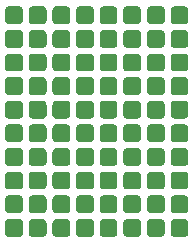
<source format=gbr>
G04 #@! TF.GenerationSoftware,KiCad,Pcbnew,5.0.2-bee76a0~70~ubuntu18.04.1*
G04 #@! TF.CreationDate,2019-03-08T21:19:30-05:00*
G04 #@! TF.ProjectId,2mm100mil-strips,326d6d31-3030-46d6-996c-2d7374726970,rev?*
G04 #@! TF.SameCoordinates,Original*
G04 #@! TF.FileFunction,Soldermask,Top*
G04 #@! TF.FilePolarity,Negative*
%FSLAX46Y46*%
G04 Gerber Fmt 4.6, Leading zero omitted, Abs format (unit mm)*
G04 Created by KiCad (PCBNEW 5.0.2-bee76a0~70~ubuntu18.04.1) date Fri 08 Mar 2019 21:19:30 EST*
%MOMM*%
%LPD*%
G01*
G04 APERTURE LIST*
%ADD10C,0.100000*%
G04 APERTURE END LIST*
D10*
G36*
X109098947Y-109855607D02*
X109157544Y-109873383D01*
X109211561Y-109902255D01*
X109258897Y-109941103D01*
X109297745Y-109988439D01*
X109326617Y-110042456D01*
X109344393Y-110101053D01*
X109351000Y-110168140D01*
X109351000Y-111031860D01*
X109344393Y-111098947D01*
X109326617Y-111157544D01*
X109297745Y-111211561D01*
X109258897Y-111258897D01*
X109211561Y-111297745D01*
X109157544Y-111326617D01*
X109098947Y-111344393D01*
X109031860Y-111351000D01*
X108168140Y-111351000D01*
X108101053Y-111344393D01*
X108042456Y-111326617D01*
X107988439Y-111297745D01*
X107941103Y-111258897D01*
X107902255Y-111211561D01*
X107873383Y-111157544D01*
X107855607Y-111098947D01*
X107849000Y-111031860D01*
X107849000Y-110168140D01*
X107855607Y-110101053D01*
X107873383Y-110042456D01*
X107902255Y-109988439D01*
X107941103Y-109941103D01*
X107988439Y-109902255D01*
X108042456Y-109873383D01*
X108101053Y-109855607D01*
X108168140Y-109849000D01*
X109031860Y-109849000D01*
X109098947Y-109855607D01*
X109098947Y-109855607D01*
G37*
G36*
X105098947Y-109855607D02*
X105157544Y-109873383D01*
X105211561Y-109902255D01*
X105258897Y-109941103D01*
X105297745Y-109988439D01*
X105326617Y-110042456D01*
X105344393Y-110101053D01*
X105351000Y-110168140D01*
X105351000Y-111031860D01*
X105344393Y-111098947D01*
X105326617Y-111157544D01*
X105297745Y-111211561D01*
X105258897Y-111258897D01*
X105211561Y-111297745D01*
X105157544Y-111326617D01*
X105098947Y-111344393D01*
X105031860Y-111351000D01*
X104168140Y-111351000D01*
X104101053Y-111344393D01*
X104042456Y-111326617D01*
X103988439Y-111297745D01*
X103941103Y-111258897D01*
X103902255Y-111211561D01*
X103873383Y-111157544D01*
X103855607Y-111098947D01*
X103849000Y-111031860D01*
X103849000Y-110168140D01*
X103855607Y-110101053D01*
X103873383Y-110042456D01*
X103902255Y-109988439D01*
X103941103Y-109941103D01*
X103988439Y-109902255D01*
X104042456Y-109873383D01*
X104101053Y-109855607D01*
X104168140Y-109849000D01*
X105031860Y-109849000D01*
X105098947Y-109855607D01*
X105098947Y-109855607D01*
G37*
G36*
X103098947Y-109855607D02*
X103157544Y-109873383D01*
X103211561Y-109902255D01*
X103258897Y-109941103D01*
X103297745Y-109988439D01*
X103326617Y-110042456D01*
X103344393Y-110101053D01*
X103351000Y-110168140D01*
X103351000Y-111031860D01*
X103344393Y-111098947D01*
X103326617Y-111157544D01*
X103297745Y-111211561D01*
X103258897Y-111258897D01*
X103211561Y-111297745D01*
X103157544Y-111326617D01*
X103098947Y-111344393D01*
X103031860Y-111351000D01*
X102168140Y-111351000D01*
X102101053Y-111344393D01*
X102042456Y-111326617D01*
X101988439Y-111297745D01*
X101941103Y-111258897D01*
X101902255Y-111211561D01*
X101873383Y-111157544D01*
X101855607Y-111098947D01*
X101849000Y-111031860D01*
X101849000Y-110168140D01*
X101855607Y-110101053D01*
X101873383Y-110042456D01*
X101902255Y-109988439D01*
X101941103Y-109941103D01*
X101988439Y-109902255D01*
X102042456Y-109873383D01*
X102101053Y-109855607D01*
X102168140Y-109849000D01*
X103031860Y-109849000D01*
X103098947Y-109855607D01*
X103098947Y-109855607D01*
G37*
G36*
X117098947Y-109855607D02*
X117157544Y-109873383D01*
X117211561Y-109902255D01*
X117258897Y-109941103D01*
X117297745Y-109988439D01*
X117326617Y-110042456D01*
X117344393Y-110101053D01*
X117351000Y-110168140D01*
X117351000Y-111031860D01*
X117344393Y-111098947D01*
X117326617Y-111157544D01*
X117297745Y-111211561D01*
X117258897Y-111258897D01*
X117211561Y-111297745D01*
X117157544Y-111326617D01*
X117098947Y-111344393D01*
X117031860Y-111351000D01*
X116168140Y-111351000D01*
X116101053Y-111344393D01*
X116042456Y-111326617D01*
X115988439Y-111297745D01*
X115941103Y-111258897D01*
X115902255Y-111211561D01*
X115873383Y-111157544D01*
X115855607Y-111098947D01*
X115849000Y-111031860D01*
X115849000Y-110168140D01*
X115855607Y-110101053D01*
X115873383Y-110042456D01*
X115902255Y-109988439D01*
X115941103Y-109941103D01*
X115988439Y-109902255D01*
X116042456Y-109873383D01*
X116101053Y-109855607D01*
X116168140Y-109849000D01*
X117031860Y-109849000D01*
X117098947Y-109855607D01*
X117098947Y-109855607D01*
G37*
G36*
X111098947Y-109855607D02*
X111157544Y-109873383D01*
X111211561Y-109902255D01*
X111258897Y-109941103D01*
X111297745Y-109988439D01*
X111326617Y-110042456D01*
X111344393Y-110101053D01*
X111351000Y-110168140D01*
X111351000Y-111031860D01*
X111344393Y-111098947D01*
X111326617Y-111157544D01*
X111297745Y-111211561D01*
X111258897Y-111258897D01*
X111211561Y-111297745D01*
X111157544Y-111326617D01*
X111098947Y-111344393D01*
X111031860Y-111351000D01*
X110168140Y-111351000D01*
X110101053Y-111344393D01*
X110042456Y-111326617D01*
X109988439Y-111297745D01*
X109941103Y-111258897D01*
X109902255Y-111211561D01*
X109873383Y-111157544D01*
X109855607Y-111098947D01*
X109849000Y-111031860D01*
X109849000Y-110168140D01*
X109855607Y-110101053D01*
X109873383Y-110042456D01*
X109902255Y-109988439D01*
X109941103Y-109941103D01*
X109988439Y-109902255D01*
X110042456Y-109873383D01*
X110101053Y-109855607D01*
X110168140Y-109849000D01*
X111031860Y-109849000D01*
X111098947Y-109855607D01*
X111098947Y-109855607D01*
G37*
G36*
X113098947Y-109855607D02*
X113157544Y-109873383D01*
X113211561Y-109902255D01*
X113258897Y-109941103D01*
X113297745Y-109988439D01*
X113326617Y-110042456D01*
X113344393Y-110101053D01*
X113351000Y-110168140D01*
X113351000Y-111031860D01*
X113344393Y-111098947D01*
X113326617Y-111157544D01*
X113297745Y-111211561D01*
X113258897Y-111258897D01*
X113211561Y-111297745D01*
X113157544Y-111326617D01*
X113098947Y-111344393D01*
X113031860Y-111351000D01*
X112168140Y-111351000D01*
X112101053Y-111344393D01*
X112042456Y-111326617D01*
X111988439Y-111297745D01*
X111941103Y-111258897D01*
X111902255Y-111211561D01*
X111873383Y-111157544D01*
X111855607Y-111098947D01*
X111849000Y-111031860D01*
X111849000Y-110168140D01*
X111855607Y-110101053D01*
X111873383Y-110042456D01*
X111902255Y-109988439D01*
X111941103Y-109941103D01*
X111988439Y-109902255D01*
X112042456Y-109873383D01*
X112101053Y-109855607D01*
X112168140Y-109849000D01*
X113031860Y-109849000D01*
X113098947Y-109855607D01*
X113098947Y-109855607D01*
G37*
G36*
X107098947Y-109855607D02*
X107157544Y-109873383D01*
X107211561Y-109902255D01*
X107258897Y-109941103D01*
X107297745Y-109988439D01*
X107326617Y-110042456D01*
X107344393Y-110101053D01*
X107351000Y-110168140D01*
X107351000Y-111031860D01*
X107344393Y-111098947D01*
X107326617Y-111157544D01*
X107297745Y-111211561D01*
X107258897Y-111258897D01*
X107211561Y-111297745D01*
X107157544Y-111326617D01*
X107098947Y-111344393D01*
X107031860Y-111351000D01*
X106168140Y-111351000D01*
X106101053Y-111344393D01*
X106042456Y-111326617D01*
X105988439Y-111297745D01*
X105941103Y-111258897D01*
X105902255Y-111211561D01*
X105873383Y-111157544D01*
X105855607Y-111098947D01*
X105849000Y-111031860D01*
X105849000Y-110168140D01*
X105855607Y-110101053D01*
X105873383Y-110042456D01*
X105902255Y-109988439D01*
X105941103Y-109941103D01*
X105988439Y-109902255D01*
X106042456Y-109873383D01*
X106101053Y-109855607D01*
X106168140Y-109849000D01*
X107031860Y-109849000D01*
X107098947Y-109855607D01*
X107098947Y-109855607D01*
G37*
G36*
X115098947Y-109855607D02*
X115157544Y-109873383D01*
X115211561Y-109902255D01*
X115258897Y-109941103D01*
X115297745Y-109988439D01*
X115326617Y-110042456D01*
X115344393Y-110101053D01*
X115351000Y-110168140D01*
X115351000Y-111031860D01*
X115344393Y-111098947D01*
X115326617Y-111157544D01*
X115297745Y-111211561D01*
X115258897Y-111258897D01*
X115211561Y-111297745D01*
X115157544Y-111326617D01*
X115098947Y-111344393D01*
X115031860Y-111351000D01*
X114168140Y-111351000D01*
X114101053Y-111344393D01*
X114042456Y-111326617D01*
X113988439Y-111297745D01*
X113941103Y-111258897D01*
X113902255Y-111211561D01*
X113873383Y-111157544D01*
X113855607Y-111098947D01*
X113849000Y-111031860D01*
X113849000Y-110168140D01*
X113855607Y-110101053D01*
X113873383Y-110042456D01*
X113902255Y-109988439D01*
X113941103Y-109941103D01*
X113988439Y-109902255D01*
X114042456Y-109873383D01*
X114101053Y-109855607D01*
X114168140Y-109849000D01*
X115031860Y-109849000D01*
X115098947Y-109855607D01*
X115098947Y-109855607D01*
G37*
G36*
X103098947Y-107855607D02*
X103157544Y-107873383D01*
X103211561Y-107902255D01*
X103258897Y-107941103D01*
X103297745Y-107988439D01*
X103326617Y-108042456D01*
X103344393Y-108101053D01*
X103351000Y-108168140D01*
X103351000Y-109031860D01*
X103344393Y-109098947D01*
X103326617Y-109157544D01*
X103297745Y-109211561D01*
X103258897Y-109258897D01*
X103211561Y-109297745D01*
X103157544Y-109326617D01*
X103098947Y-109344393D01*
X103031860Y-109351000D01*
X102168140Y-109351000D01*
X102101053Y-109344393D01*
X102042456Y-109326617D01*
X101988439Y-109297745D01*
X101941103Y-109258897D01*
X101902255Y-109211561D01*
X101873383Y-109157544D01*
X101855607Y-109098947D01*
X101849000Y-109031860D01*
X101849000Y-108168140D01*
X101855607Y-108101053D01*
X101873383Y-108042456D01*
X101902255Y-107988439D01*
X101941103Y-107941103D01*
X101988439Y-107902255D01*
X102042456Y-107873383D01*
X102101053Y-107855607D01*
X102168140Y-107849000D01*
X103031860Y-107849000D01*
X103098947Y-107855607D01*
X103098947Y-107855607D01*
G37*
G36*
X107098947Y-107855607D02*
X107157544Y-107873383D01*
X107211561Y-107902255D01*
X107258897Y-107941103D01*
X107297745Y-107988439D01*
X107326617Y-108042456D01*
X107344393Y-108101053D01*
X107351000Y-108168140D01*
X107351000Y-109031860D01*
X107344393Y-109098947D01*
X107326617Y-109157544D01*
X107297745Y-109211561D01*
X107258897Y-109258897D01*
X107211561Y-109297745D01*
X107157544Y-109326617D01*
X107098947Y-109344393D01*
X107031860Y-109351000D01*
X106168140Y-109351000D01*
X106101053Y-109344393D01*
X106042456Y-109326617D01*
X105988439Y-109297745D01*
X105941103Y-109258897D01*
X105902255Y-109211561D01*
X105873383Y-109157544D01*
X105855607Y-109098947D01*
X105849000Y-109031860D01*
X105849000Y-108168140D01*
X105855607Y-108101053D01*
X105873383Y-108042456D01*
X105902255Y-107988439D01*
X105941103Y-107941103D01*
X105988439Y-107902255D01*
X106042456Y-107873383D01*
X106101053Y-107855607D01*
X106168140Y-107849000D01*
X107031860Y-107849000D01*
X107098947Y-107855607D01*
X107098947Y-107855607D01*
G37*
G36*
X113098947Y-107855607D02*
X113157544Y-107873383D01*
X113211561Y-107902255D01*
X113258897Y-107941103D01*
X113297745Y-107988439D01*
X113326617Y-108042456D01*
X113344393Y-108101053D01*
X113351000Y-108168140D01*
X113351000Y-109031860D01*
X113344393Y-109098947D01*
X113326617Y-109157544D01*
X113297745Y-109211561D01*
X113258897Y-109258897D01*
X113211561Y-109297745D01*
X113157544Y-109326617D01*
X113098947Y-109344393D01*
X113031860Y-109351000D01*
X112168140Y-109351000D01*
X112101053Y-109344393D01*
X112042456Y-109326617D01*
X111988439Y-109297745D01*
X111941103Y-109258897D01*
X111902255Y-109211561D01*
X111873383Y-109157544D01*
X111855607Y-109098947D01*
X111849000Y-109031860D01*
X111849000Y-108168140D01*
X111855607Y-108101053D01*
X111873383Y-108042456D01*
X111902255Y-107988439D01*
X111941103Y-107941103D01*
X111988439Y-107902255D01*
X112042456Y-107873383D01*
X112101053Y-107855607D01*
X112168140Y-107849000D01*
X113031860Y-107849000D01*
X113098947Y-107855607D01*
X113098947Y-107855607D01*
G37*
G36*
X115098947Y-107855607D02*
X115157544Y-107873383D01*
X115211561Y-107902255D01*
X115258897Y-107941103D01*
X115297745Y-107988439D01*
X115326617Y-108042456D01*
X115344393Y-108101053D01*
X115351000Y-108168140D01*
X115351000Y-109031860D01*
X115344393Y-109098947D01*
X115326617Y-109157544D01*
X115297745Y-109211561D01*
X115258897Y-109258897D01*
X115211561Y-109297745D01*
X115157544Y-109326617D01*
X115098947Y-109344393D01*
X115031860Y-109351000D01*
X114168140Y-109351000D01*
X114101053Y-109344393D01*
X114042456Y-109326617D01*
X113988439Y-109297745D01*
X113941103Y-109258897D01*
X113902255Y-109211561D01*
X113873383Y-109157544D01*
X113855607Y-109098947D01*
X113849000Y-109031860D01*
X113849000Y-108168140D01*
X113855607Y-108101053D01*
X113873383Y-108042456D01*
X113902255Y-107988439D01*
X113941103Y-107941103D01*
X113988439Y-107902255D01*
X114042456Y-107873383D01*
X114101053Y-107855607D01*
X114168140Y-107849000D01*
X115031860Y-107849000D01*
X115098947Y-107855607D01*
X115098947Y-107855607D01*
G37*
G36*
X105098947Y-107855607D02*
X105157544Y-107873383D01*
X105211561Y-107902255D01*
X105258897Y-107941103D01*
X105297745Y-107988439D01*
X105326617Y-108042456D01*
X105344393Y-108101053D01*
X105351000Y-108168140D01*
X105351000Y-109031860D01*
X105344393Y-109098947D01*
X105326617Y-109157544D01*
X105297745Y-109211561D01*
X105258897Y-109258897D01*
X105211561Y-109297745D01*
X105157544Y-109326617D01*
X105098947Y-109344393D01*
X105031860Y-109351000D01*
X104168140Y-109351000D01*
X104101053Y-109344393D01*
X104042456Y-109326617D01*
X103988439Y-109297745D01*
X103941103Y-109258897D01*
X103902255Y-109211561D01*
X103873383Y-109157544D01*
X103855607Y-109098947D01*
X103849000Y-109031860D01*
X103849000Y-108168140D01*
X103855607Y-108101053D01*
X103873383Y-108042456D01*
X103902255Y-107988439D01*
X103941103Y-107941103D01*
X103988439Y-107902255D01*
X104042456Y-107873383D01*
X104101053Y-107855607D01*
X104168140Y-107849000D01*
X105031860Y-107849000D01*
X105098947Y-107855607D01*
X105098947Y-107855607D01*
G37*
G36*
X117098947Y-107855607D02*
X117157544Y-107873383D01*
X117211561Y-107902255D01*
X117258897Y-107941103D01*
X117297745Y-107988439D01*
X117326617Y-108042456D01*
X117344393Y-108101053D01*
X117351000Y-108168140D01*
X117351000Y-109031860D01*
X117344393Y-109098947D01*
X117326617Y-109157544D01*
X117297745Y-109211561D01*
X117258897Y-109258897D01*
X117211561Y-109297745D01*
X117157544Y-109326617D01*
X117098947Y-109344393D01*
X117031860Y-109351000D01*
X116168140Y-109351000D01*
X116101053Y-109344393D01*
X116042456Y-109326617D01*
X115988439Y-109297745D01*
X115941103Y-109258897D01*
X115902255Y-109211561D01*
X115873383Y-109157544D01*
X115855607Y-109098947D01*
X115849000Y-109031860D01*
X115849000Y-108168140D01*
X115855607Y-108101053D01*
X115873383Y-108042456D01*
X115902255Y-107988439D01*
X115941103Y-107941103D01*
X115988439Y-107902255D01*
X116042456Y-107873383D01*
X116101053Y-107855607D01*
X116168140Y-107849000D01*
X117031860Y-107849000D01*
X117098947Y-107855607D01*
X117098947Y-107855607D01*
G37*
G36*
X109098947Y-107855607D02*
X109157544Y-107873383D01*
X109211561Y-107902255D01*
X109258897Y-107941103D01*
X109297745Y-107988439D01*
X109326617Y-108042456D01*
X109344393Y-108101053D01*
X109351000Y-108168140D01*
X109351000Y-109031860D01*
X109344393Y-109098947D01*
X109326617Y-109157544D01*
X109297745Y-109211561D01*
X109258897Y-109258897D01*
X109211561Y-109297745D01*
X109157544Y-109326617D01*
X109098947Y-109344393D01*
X109031860Y-109351000D01*
X108168140Y-109351000D01*
X108101053Y-109344393D01*
X108042456Y-109326617D01*
X107988439Y-109297745D01*
X107941103Y-109258897D01*
X107902255Y-109211561D01*
X107873383Y-109157544D01*
X107855607Y-109098947D01*
X107849000Y-109031860D01*
X107849000Y-108168140D01*
X107855607Y-108101053D01*
X107873383Y-108042456D01*
X107902255Y-107988439D01*
X107941103Y-107941103D01*
X107988439Y-107902255D01*
X108042456Y-107873383D01*
X108101053Y-107855607D01*
X108168140Y-107849000D01*
X109031860Y-107849000D01*
X109098947Y-107855607D01*
X109098947Y-107855607D01*
G37*
G36*
X111098947Y-107855607D02*
X111157544Y-107873383D01*
X111211561Y-107902255D01*
X111258897Y-107941103D01*
X111297745Y-107988439D01*
X111326617Y-108042456D01*
X111344393Y-108101053D01*
X111351000Y-108168140D01*
X111351000Y-109031860D01*
X111344393Y-109098947D01*
X111326617Y-109157544D01*
X111297745Y-109211561D01*
X111258897Y-109258897D01*
X111211561Y-109297745D01*
X111157544Y-109326617D01*
X111098947Y-109344393D01*
X111031860Y-109351000D01*
X110168140Y-109351000D01*
X110101053Y-109344393D01*
X110042456Y-109326617D01*
X109988439Y-109297745D01*
X109941103Y-109258897D01*
X109902255Y-109211561D01*
X109873383Y-109157544D01*
X109855607Y-109098947D01*
X109849000Y-109031860D01*
X109849000Y-108168140D01*
X109855607Y-108101053D01*
X109873383Y-108042456D01*
X109902255Y-107988439D01*
X109941103Y-107941103D01*
X109988439Y-107902255D01*
X110042456Y-107873383D01*
X110101053Y-107855607D01*
X110168140Y-107849000D01*
X111031860Y-107849000D01*
X111098947Y-107855607D01*
X111098947Y-107855607D01*
G37*
G36*
X107098947Y-105855607D02*
X107157544Y-105873383D01*
X107211561Y-105902255D01*
X107258897Y-105941103D01*
X107297745Y-105988439D01*
X107326617Y-106042456D01*
X107344393Y-106101053D01*
X107351000Y-106168140D01*
X107351000Y-107031860D01*
X107344393Y-107098947D01*
X107326617Y-107157544D01*
X107297745Y-107211561D01*
X107258897Y-107258897D01*
X107211561Y-107297745D01*
X107157544Y-107326617D01*
X107098947Y-107344393D01*
X107031860Y-107351000D01*
X106168140Y-107351000D01*
X106101053Y-107344393D01*
X106042456Y-107326617D01*
X105988439Y-107297745D01*
X105941103Y-107258897D01*
X105902255Y-107211561D01*
X105873383Y-107157544D01*
X105855607Y-107098947D01*
X105849000Y-107031860D01*
X105849000Y-106168140D01*
X105855607Y-106101053D01*
X105873383Y-106042456D01*
X105902255Y-105988439D01*
X105941103Y-105941103D01*
X105988439Y-105902255D01*
X106042456Y-105873383D01*
X106101053Y-105855607D01*
X106168140Y-105849000D01*
X107031860Y-105849000D01*
X107098947Y-105855607D01*
X107098947Y-105855607D01*
G37*
G36*
X105098947Y-105855607D02*
X105157544Y-105873383D01*
X105211561Y-105902255D01*
X105258897Y-105941103D01*
X105297745Y-105988439D01*
X105326617Y-106042456D01*
X105344393Y-106101053D01*
X105351000Y-106168140D01*
X105351000Y-107031860D01*
X105344393Y-107098947D01*
X105326617Y-107157544D01*
X105297745Y-107211561D01*
X105258897Y-107258897D01*
X105211561Y-107297745D01*
X105157544Y-107326617D01*
X105098947Y-107344393D01*
X105031860Y-107351000D01*
X104168140Y-107351000D01*
X104101053Y-107344393D01*
X104042456Y-107326617D01*
X103988439Y-107297745D01*
X103941103Y-107258897D01*
X103902255Y-107211561D01*
X103873383Y-107157544D01*
X103855607Y-107098947D01*
X103849000Y-107031860D01*
X103849000Y-106168140D01*
X103855607Y-106101053D01*
X103873383Y-106042456D01*
X103902255Y-105988439D01*
X103941103Y-105941103D01*
X103988439Y-105902255D01*
X104042456Y-105873383D01*
X104101053Y-105855607D01*
X104168140Y-105849000D01*
X105031860Y-105849000D01*
X105098947Y-105855607D01*
X105098947Y-105855607D01*
G37*
G36*
X115098947Y-105855607D02*
X115157544Y-105873383D01*
X115211561Y-105902255D01*
X115258897Y-105941103D01*
X115297745Y-105988439D01*
X115326617Y-106042456D01*
X115344393Y-106101053D01*
X115351000Y-106168140D01*
X115351000Y-107031860D01*
X115344393Y-107098947D01*
X115326617Y-107157544D01*
X115297745Y-107211561D01*
X115258897Y-107258897D01*
X115211561Y-107297745D01*
X115157544Y-107326617D01*
X115098947Y-107344393D01*
X115031860Y-107351000D01*
X114168140Y-107351000D01*
X114101053Y-107344393D01*
X114042456Y-107326617D01*
X113988439Y-107297745D01*
X113941103Y-107258897D01*
X113902255Y-107211561D01*
X113873383Y-107157544D01*
X113855607Y-107098947D01*
X113849000Y-107031860D01*
X113849000Y-106168140D01*
X113855607Y-106101053D01*
X113873383Y-106042456D01*
X113902255Y-105988439D01*
X113941103Y-105941103D01*
X113988439Y-105902255D01*
X114042456Y-105873383D01*
X114101053Y-105855607D01*
X114168140Y-105849000D01*
X115031860Y-105849000D01*
X115098947Y-105855607D01*
X115098947Y-105855607D01*
G37*
G36*
X113098947Y-105855607D02*
X113157544Y-105873383D01*
X113211561Y-105902255D01*
X113258897Y-105941103D01*
X113297745Y-105988439D01*
X113326617Y-106042456D01*
X113344393Y-106101053D01*
X113351000Y-106168140D01*
X113351000Y-107031860D01*
X113344393Y-107098947D01*
X113326617Y-107157544D01*
X113297745Y-107211561D01*
X113258897Y-107258897D01*
X113211561Y-107297745D01*
X113157544Y-107326617D01*
X113098947Y-107344393D01*
X113031860Y-107351000D01*
X112168140Y-107351000D01*
X112101053Y-107344393D01*
X112042456Y-107326617D01*
X111988439Y-107297745D01*
X111941103Y-107258897D01*
X111902255Y-107211561D01*
X111873383Y-107157544D01*
X111855607Y-107098947D01*
X111849000Y-107031860D01*
X111849000Y-106168140D01*
X111855607Y-106101053D01*
X111873383Y-106042456D01*
X111902255Y-105988439D01*
X111941103Y-105941103D01*
X111988439Y-105902255D01*
X112042456Y-105873383D01*
X112101053Y-105855607D01*
X112168140Y-105849000D01*
X113031860Y-105849000D01*
X113098947Y-105855607D01*
X113098947Y-105855607D01*
G37*
G36*
X109098947Y-105855607D02*
X109157544Y-105873383D01*
X109211561Y-105902255D01*
X109258897Y-105941103D01*
X109297745Y-105988439D01*
X109326617Y-106042456D01*
X109344393Y-106101053D01*
X109351000Y-106168140D01*
X109351000Y-107031860D01*
X109344393Y-107098947D01*
X109326617Y-107157544D01*
X109297745Y-107211561D01*
X109258897Y-107258897D01*
X109211561Y-107297745D01*
X109157544Y-107326617D01*
X109098947Y-107344393D01*
X109031860Y-107351000D01*
X108168140Y-107351000D01*
X108101053Y-107344393D01*
X108042456Y-107326617D01*
X107988439Y-107297745D01*
X107941103Y-107258897D01*
X107902255Y-107211561D01*
X107873383Y-107157544D01*
X107855607Y-107098947D01*
X107849000Y-107031860D01*
X107849000Y-106168140D01*
X107855607Y-106101053D01*
X107873383Y-106042456D01*
X107902255Y-105988439D01*
X107941103Y-105941103D01*
X107988439Y-105902255D01*
X108042456Y-105873383D01*
X108101053Y-105855607D01*
X108168140Y-105849000D01*
X109031860Y-105849000D01*
X109098947Y-105855607D01*
X109098947Y-105855607D01*
G37*
G36*
X103098947Y-105855607D02*
X103157544Y-105873383D01*
X103211561Y-105902255D01*
X103258897Y-105941103D01*
X103297745Y-105988439D01*
X103326617Y-106042456D01*
X103344393Y-106101053D01*
X103351000Y-106168140D01*
X103351000Y-107031860D01*
X103344393Y-107098947D01*
X103326617Y-107157544D01*
X103297745Y-107211561D01*
X103258897Y-107258897D01*
X103211561Y-107297745D01*
X103157544Y-107326617D01*
X103098947Y-107344393D01*
X103031860Y-107351000D01*
X102168140Y-107351000D01*
X102101053Y-107344393D01*
X102042456Y-107326617D01*
X101988439Y-107297745D01*
X101941103Y-107258897D01*
X101902255Y-107211561D01*
X101873383Y-107157544D01*
X101855607Y-107098947D01*
X101849000Y-107031860D01*
X101849000Y-106168140D01*
X101855607Y-106101053D01*
X101873383Y-106042456D01*
X101902255Y-105988439D01*
X101941103Y-105941103D01*
X101988439Y-105902255D01*
X102042456Y-105873383D01*
X102101053Y-105855607D01*
X102168140Y-105849000D01*
X103031860Y-105849000D01*
X103098947Y-105855607D01*
X103098947Y-105855607D01*
G37*
G36*
X117098947Y-105855607D02*
X117157544Y-105873383D01*
X117211561Y-105902255D01*
X117258897Y-105941103D01*
X117297745Y-105988439D01*
X117326617Y-106042456D01*
X117344393Y-106101053D01*
X117351000Y-106168140D01*
X117351000Y-107031860D01*
X117344393Y-107098947D01*
X117326617Y-107157544D01*
X117297745Y-107211561D01*
X117258897Y-107258897D01*
X117211561Y-107297745D01*
X117157544Y-107326617D01*
X117098947Y-107344393D01*
X117031860Y-107351000D01*
X116168140Y-107351000D01*
X116101053Y-107344393D01*
X116042456Y-107326617D01*
X115988439Y-107297745D01*
X115941103Y-107258897D01*
X115902255Y-107211561D01*
X115873383Y-107157544D01*
X115855607Y-107098947D01*
X115849000Y-107031860D01*
X115849000Y-106168140D01*
X115855607Y-106101053D01*
X115873383Y-106042456D01*
X115902255Y-105988439D01*
X115941103Y-105941103D01*
X115988439Y-105902255D01*
X116042456Y-105873383D01*
X116101053Y-105855607D01*
X116168140Y-105849000D01*
X117031860Y-105849000D01*
X117098947Y-105855607D01*
X117098947Y-105855607D01*
G37*
G36*
X111098947Y-105855607D02*
X111157544Y-105873383D01*
X111211561Y-105902255D01*
X111258897Y-105941103D01*
X111297745Y-105988439D01*
X111326617Y-106042456D01*
X111344393Y-106101053D01*
X111351000Y-106168140D01*
X111351000Y-107031860D01*
X111344393Y-107098947D01*
X111326617Y-107157544D01*
X111297745Y-107211561D01*
X111258897Y-107258897D01*
X111211561Y-107297745D01*
X111157544Y-107326617D01*
X111098947Y-107344393D01*
X111031860Y-107351000D01*
X110168140Y-107351000D01*
X110101053Y-107344393D01*
X110042456Y-107326617D01*
X109988439Y-107297745D01*
X109941103Y-107258897D01*
X109902255Y-107211561D01*
X109873383Y-107157544D01*
X109855607Y-107098947D01*
X109849000Y-107031860D01*
X109849000Y-106168140D01*
X109855607Y-106101053D01*
X109873383Y-106042456D01*
X109902255Y-105988439D01*
X109941103Y-105941103D01*
X109988439Y-105902255D01*
X110042456Y-105873383D01*
X110101053Y-105855607D01*
X110168140Y-105849000D01*
X111031860Y-105849000D01*
X111098947Y-105855607D01*
X111098947Y-105855607D01*
G37*
G36*
X111098947Y-103855607D02*
X111157544Y-103873383D01*
X111211561Y-103902255D01*
X111258897Y-103941103D01*
X111297745Y-103988439D01*
X111326617Y-104042456D01*
X111344393Y-104101053D01*
X111351000Y-104168140D01*
X111351000Y-105031860D01*
X111344393Y-105098947D01*
X111326617Y-105157544D01*
X111297745Y-105211561D01*
X111258897Y-105258897D01*
X111211561Y-105297745D01*
X111157544Y-105326617D01*
X111098947Y-105344393D01*
X111031860Y-105351000D01*
X110168140Y-105351000D01*
X110101053Y-105344393D01*
X110042456Y-105326617D01*
X109988439Y-105297745D01*
X109941103Y-105258897D01*
X109902255Y-105211561D01*
X109873383Y-105157544D01*
X109855607Y-105098947D01*
X109849000Y-105031860D01*
X109849000Y-104168140D01*
X109855607Y-104101053D01*
X109873383Y-104042456D01*
X109902255Y-103988439D01*
X109941103Y-103941103D01*
X109988439Y-103902255D01*
X110042456Y-103873383D01*
X110101053Y-103855607D01*
X110168140Y-103849000D01*
X111031860Y-103849000D01*
X111098947Y-103855607D01*
X111098947Y-103855607D01*
G37*
G36*
X109098947Y-103855607D02*
X109157544Y-103873383D01*
X109211561Y-103902255D01*
X109258897Y-103941103D01*
X109297745Y-103988439D01*
X109326617Y-104042456D01*
X109344393Y-104101053D01*
X109351000Y-104168140D01*
X109351000Y-105031860D01*
X109344393Y-105098947D01*
X109326617Y-105157544D01*
X109297745Y-105211561D01*
X109258897Y-105258897D01*
X109211561Y-105297745D01*
X109157544Y-105326617D01*
X109098947Y-105344393D01*
X109031860Y-105351000D01*
X108168140Y-105351000D01*
X108101053Y-105344393D01*
X108042456Y-105326617D01*
X107988439Y-105297745D01*
X107941103Y-105258897D01*
X107902255Y-105211561D01*
X107873383Y-105157544D01*
X107855607Y-105098947D01*
X107849000Y-105031860D01*
X107849000Y-104168140D01*
X107855607Y-104101053D01*
X107873383Y-104042456D01*
X107902255Y-103988439D01*
X107941103Y-103941103D01*
X107988439Y-103902255D01*
X108042456Y-103873383D01*
X108101053Y-103855607D01*
X108168140Y-103849000D01*
X109031860Y-103849000D01*
X109098947Y-103855607D01*
X109098947Y-103855607D01*
G37*
G36*
X107098947Y-103855607D02*
X107157544Y-103873383D01*
X107211561Y-103902255D01*
X107258897Y-103941103D01*
X107297745Y-103988439D01*
X107326617Y-104042456D01*
X107344393Y-104101053D01*
X107351000Y-104168140D01*
X107351000Y-105031860D01*
X107344393Y-105098947D01*
X107326617Y-105157544D01*
X107297745Y-105211561D01*
X107258897Y-105258897D01*
X107211561Y-105297745D01*
X107157544Y-105326617D01*
X107098947Y-105344393D01*
X107031860Y-105351000D01*
X106168140Y-105351000D01*
X106101053Y-105344393D01*
X106042456Y-105326617D01*
X105988439Y-105297745D01*
X105941103Y-105258897D01*
X105902255Y-105211561D01*
X105873383Y-105157544D01*
X105855607Y-105098947D01*
X105849000Y-105031860D01*
X105849000Y-104168140D01*
X105855607Y-104101053D01*
X105873383Y-104042456D01*
X105902255Y-103988439D01*
X105941103Y-103941103D01*
X105988439Y-103902255D01*
X106042456Y-103873383D01*
X106101053Y-103855607D01*
X106168140Y-103849000D01*
X107031860Y-103849000D01*
X107098947Y-103855607D01*
X107098947Y-103855607D01*
G37*
G36*
X105098947Y-103855607D02*
X105157544Y-103873383D01*
X105211561Y-103902255D01*
X105258897Y-103941103D01*
X105297745Y-103988439D01*
X105326617Y-104042456D01*
X105344393Y-104101053D01*
X105351000Y-104168140D01*
X105351000Y-105031860D01*
X105344393Y-105098947D01*
X105326617Y-105157544D01*
X105297745Y-105211561D01*
X105258897Y-105258897D01*
X105211561Y-105297745D01*
X105157544Y-105326617D01*
X105098947Y-105344393D01*
X105031860Y-105351000D01*
X104168140Y-105351000D01*
X104101053Y-105344393D01*
X104042456Y-105326617D01*
X103988439Y-105297745D01*
X103941103Y-105258897D01*
X103902255Y-105211561D01*
X103873383Y-105157544D01*
X103855607Y-105098947D01*
X103849000Y-105031860D01*
X103849000Y-104168140D01*
X103855607Y-104101053D01*
X103873383Y-104042456D01*
X103902255Y-103988439D01*
X103941103Y-103941103D01*
X103988439Y-103902255D01*
X104042456Y-103873383D01*
X104101053Y-103855607D01*
X104168140Y-103849000D01*
X105031860Y-103849000D01*
X105098947Y-103855607D01*
X105098947Y-103855607D01*
G37*
G36*
X113098947Y-103855607D02*
X113157544Y-103873383D01*
X113211561Y-103902255D01*
X113258897Y-103941103D01*
X113297745Y-103988439D01*
X113326617Y-104042456D01*
X113344393Y-104101053D01*
X113351000Y-104168140D01*
X113351000Y-105031860D01*
X113344393Y-105098947D01*
X113326617Y-105157544D01*
X113297745Y-105211561D01*
X113258897Y-105258897D01*
X113211561Y-105297745D01*
X113157544Y-105326617D01*
X113098947Y-105344393D01*
X113031860Y-105351000D01*
X112168140Y-105351000D01*
X112101053Y-105344393D01*
X112042456Y-105326617D01*
X111988439Y-105297745D01*
X111941103Y-105258897D01*
X111902255Y-105211561D01*
X111873383Y-105157544D01*
X111855607Y-105098947D01*
X111849000Y-105031860D01*
X111849000Y-104168140D01*
X111855607Y-104101053D01*
X111873383Y-104042456D01*
X111902255Y-103988439D01*
X111941103Y-103941103D01*
X111988439Y-103902255D01*
X112042456Y-103873383D01*
X112101053Y-103855607D01*
X112168140Y-103849000D01*
X113031860Y-103849000D01*
X113098947Y-103855607D01*
X113098947Y-103855607D01*
G37*
G36*
X103098947Y-103855607D02*
X103157544Y-103873383D01*
X103211561Y-103902255D01*
X103258897Y-103941103D01*
X103297745Y-103988439D01*
X103326617Y-104042456D01*
X103344393Y-104101053D01*
X103351000Y-104168140D01*
X103351000Y-105031860D01*
X103344393Y-105098947D01*
X103326617Y-105157544D01*
X103297745Y-105211561D01*
X103258897Y-105258897D01*
X103211561Y-105297745D01*
X103157544Y-105326617D01*
X103098947Y-105344393D01*
X103031860Y-105351000D01*
X102168140Y-105351000D01*
X102101053Y-105344393D01*
X102042456Y-105326617D01*
X101988439Y-105297745D01*
X101941103Y-105258897D01*
X101902255Y-105211561D01*
X101873383Y-105157544D01*
X101855607Y-105098947D01*
X101849000Y-105031860D01*
X101849000Y-104168140D01*
X101855607Y-104101053D01*
X101873383Y-104042456D01*
X101902255Y-103988439D01*
X101941103Y-103941103D01*
X101988439Y-103902255D01*
X102042456Y-103873383D01*
X102101053Y-103855607D01*
X102168140Y-103849000D01*
X103031860Y-103849000D01*
X103098947Y-103855607D01*
X103098947Y-103855607D01*
G37*
G36*
X115098947Y-103855607D02*
X115157544Y-103873383D01*
X115211561Y-103902255D01*
X115258897Y-103941103D01*
X115297745Y-103988439D01*
X115326617Y-104042456D01*
X115344393Y-104101053D01*
X115351000Y-104168140D01*
X115351000Y-105031860D01*
X115344393Y-105098947D01*
X115326617Y-105157544D01*
X115297745Y-105211561D01*
X115258897Y-105258897D01*
X115211561Y-105297745D01*
X115157544Y-105326617D01*
X115098947Y-105344393D01*
X115031860Y-105351000D01*
X114168140Y-105351000D01*
X114101053Y-105344393D01*
X114042456Y-105326617D01*
X113988439Y-105297745D01*
X113941103Y-105258897D01*
X113902255Y-105211561D01*
X113873383Y-105157544D01*
X113855607Y-105098947D01*
X113849000Y-105031860D01*
X113849000Y-104168140D01*
X113855607Y-104101053D01*
X113873383Y-104042456D01*
X113902255Y-103988439D01*
X113941103Y-103941103D01*
X113988439Y-103902255D01*
X114042456Y-103873383D01*
X114101053Y-103855607D01*
X114168140Y-103849000D01*
X115031860Y-103849000D01*
X115098947Y-103855607D01*
X115098947Y-103855607D01*
G37*
G36*
X117098947Y-103855607D02*
X117157544Y-103873383D01*
X117211561Y-103902255D01*
X117258897Y-103941103D01*
X117297745Y-103988439D01*
X117326617Y-104042456D01*
X117344393Y-104101053D01*
X117351000Y-104168140D01*
X117351000Y-105031860D01*
X117344393Y-105098947D01*
X117326617Y-105157544D01*
X117297745Y-105211561D01*
X117258897Y-105258897D01*
X117211561Y-105297745D01*
X117157544Y-105326617D01*
X117098947Y-105344393D01*
X117031860Y-105351000D01*
X116168140Y-105351000D01*
X116101053Y-105344393D01*
X116042456Y-105326617D01*
X115988439Y-105297745D01*
X115941103Y-105258897D01*
X115902255Y-105211561D01*
X115873383Y-105157544D01*
X115855607Y-105098947D01*
X115849000Y-105031860D01*
X115849000Y-104168140D01*
X115855607Y-104101053D01*
X115873383Y-104042456D01*
X115902255Y-103988439D01*
X115941103Y-103941103D01*
X115988439Y-103902255D01*
X116042456Y-103873383D01*
X116101053Y-103855607D01*
X116168140Y-103849000D01*
X117031860Y-103849000D01*
X117098947Y-103855607D01*
X117098947Y-103855607D01*
G37*
G36*
X111098947Y-101855607D02*
X111157544Y-101873383D01*
X111211561Y-101902255D01*
X111258897Y-101941103D01*
X111297745Y-101988439D01*
X111326617Y-102042456D01*
X111344393Y-102101053D01*
X111351000Y-102168140D01*
X111351000Y-103031860D01*
X111344393Y-103098947D01*
X111326617Y-103157544D01*
X111297745Y-103211561D01*
X111258897Y-103258897D01*
X111211561Y-103297745D01*
X111157544Y-103326617D01*
X111098947Y-103344393D01*
X111031860Y-103351000D01*
X110168140Y-103351000D01*
X110101053Y-103344393D01*
X110042456Y-103326617D01*
X109988439Y-103297745D01*
X109941103Y-103258897D01*
X109902255Y-103211561D01*
X109873383Y-103157544D01*
X109855607Y-103098947D01*
X109849000Y-103031860D01*
X109849000Y-102168140D01*
X109855607Y-102101053D01*
X109873383Y-102042456D01*
X109902255Y-101988439D01*
X109941103Y-101941103D01*
X109988439Y-101902255D01*
X110042456Y-101873383D01*
X110101053Y-101855607D01*
X110168140Y-101849000D01*
X111031860Y-101849000D01*
X111098947Y-101855607D01*
X111098947Y-101855607D01*
G37*
G36*
X103098947Y-101855607D02*
X103157544Y-101873383D01*
X103211561Y-101902255D01*
X103258897Y-101941103D01*
X103297745Y-101988439D01*
X103326617Y-102042456D01*
X103344393Y-102101053D01*
X103351000Y-102168140D01*
X103351000Y-103031860D01*
X103344393Y-103098947D01*
X103326617Y-103157544D01*
X103297745Y-103211561D01*
X103258897Y-103258897D01*
X103211561Y-103297745D01*
X103157544Y-103326617D01*
X103098947Y-103344393D01*
X103031860Y-103351000D01*
X102168140Y-103351000D01*
X102101053Y-103344393D01*
X102042456Y-103326617D01*
X101988439Y-103297745D01*
X101941103Y-103258897D01*
X101902255Y-103211561D01*
X101873383Y-103157544D01*
X101855607Y-103098947D01*
X101849000Y-103031860D01*
X101849000Y-102168140D01*
X101855607Y-102101053D01*
X101873383Y-102042456D01*
X101902255Y-101988439D01*
X101941103Y-101941103D01*
X101988439Y-101902255D01*
X102042456Y-101873383D01*
X102101053Y-101855607D01*
X102168140Y-101849000D01*
X103031860Y-101849000D01*
X103098947Y-101855607D01*
X103098947Y-101855607D01*
G37*
G36*
X117098947Y-101855607D02*
X117157544Y-101873383D01*
X117211561Y-101902255D01*
X117258897Y-101941103D01*
X117297745Y-101988439D01*
X117326617Y-102042456D01*
X117344393Y-102101053D01*
X117351000Y-102168140D01*
X117351000Y-103031860D01*
X117344393Y-103098947D01*
X117326617Y-103157544D01*
X117297745Y-103211561D01*
X117258897Y-103258897D01*
X117211561Y-103297745D01*
X117157544Y-103326617D01*
X117098947Y-103344393D01*
X117031860Y-103351000D01*
X116168140Y-103351000D01*
X116101053Y-103344393D01*
X116042456Y-103326617D01*
X115988439Y-103297745D01*
X115941103Y-103258897D01*
X115902255Y-103211561D01*
X115873383Y-103157544D01*
X115855607Y-103098947D01*
X115849000Y-103031860D01*
X115849000Y-102168140D01*
X115855607Y-102101053D01*
X115873383Y-102042456D01*
X115902255Y-101988439D01*
X115941103Y-101941103D01*
X115988439Y-101902255D01*
X116042456Y-101873383D01*
X116101053Y-101855607D01*
X116168140Y-101849000D01*
X117031860Y-101849000D01*
X117098947Y-101855607D01*
X117098947Y-101855607D01*
G37*
G36*
X113098947Y-101855607D02*
X113157544Y-101873383D01*
X113211561Y-101902255D01*
X113258897Y-101941103D01*
X113297745Y-101988439D01*
X113326617Y-102042456D01*
X113344393Y-102101053D01*
X113351000Y-102168140D01*
X113351000Y-103031860D01*
X113344393Y-103098947D01*
X113326617Y-103157544D01*
X113297745Y-103211561D01*
X113258897Y-103258897D01*
X113211561Y-103297745D01*
X113157544Y-103326617D01*
X113098947Y-103344393D01*
X113031860Y-103351000D01*
X112168140Y-103351000D01*
X112101053Y-103344393D01*
X112042456Y-103326617D01*
X111988439Y-103297745D01*
X111941103Y-103258897D01*
X111902255Y-103211561D01*
X111873383Y-103157544D01*
X111855607Y-103098947D01*
X111849000Y-103031860D01*
X111849000Y-102168140D01*
X111855607Y-102101053D01*
X111873383Y-102042456D01*
X111902255Y-101988439D01*
X111941103Y-101941103D01*
X111988439Y-101902255D01*
X112042456Y-101873383D01*
X112101053Y-101855607D01*
X112168140Y-101849000D01*
X113031860Y-101849000D01*
X113098947Y-101855607D01*
X113098947Y-101855607D01*
G37*
G36*
X107098947Y-101855607D02*
X107157544Y-101873383D01*
X107211561Y-101902255D01*
X107258897Y-101941103D01*
X107297745Y-101988439D01*
X107326617Y-102042456D01*
X107344393Y-102101053D01*
X107351000Y-102168140D01*
X107351000Y-103031860D01*
X107344393Y-103098947D01*
X107326617Y-103157544D01*
X107297745Y-103211561D01*
X107258897Y-103258897D01*
X107211561Y-103297745D01*
X107157544Y-103326617D01*
X107098947Y-103344393D01*
X107031860Y-103351000D01*
X106168140Y-103351000D01*
X106101053Y-103344393D01*
X106042456Y-103326617D01*
X105988439Y-103297745D01*
X105941103Y-103258897D01*
X105902255Y-103211561D01*
X105873383Y-103157544D01*
X105855607Y-103098947D01*
X105849000Y-103031860D01*
X105849000Y-102168140D01*
X105855607Y-102101053D01*
X105873383Y-102042456D01*
X105902255Y-101988439D01*
X105941103Y-101941103D01*
X105988439Y-101902255D01*
X106042456Y-101873383D01*
X106101053Y-101855607D01*
X106168140Y-101849000D01*
X107031860Y-101849000D01*
X107098947Y-101855607D01*
X107098947Y-101855607D01*
G37*
G36*
X109098947Y-101855607D02*
X109157544Y-101873383D01*
X109211561Y-101902255D01*
X109258897Y-101941103D01*
X109297745Y-101988439D01*
X109326617Y-102042456D01*
X109344393Y-102101053D01*
X109351000Y-102168140D01*
X109351000Y-103031860D01*
X109344393Y-103098947D01*
X109326617Y-103157544D01*
X109297745Y-103211561D01*
X109258897Y-103258897D01*
X109211561Y-103297745D01*
X109157544Y-103326617D01*
X109098947Y-103344393D01*
X109031860Y-103351000D01*
X108168140Y-103351000D01*
X108101053Y-103344393D01*
X108042456Y-103326617D01*
X107988439Y-103297745D01*
X107941103Y-103258897D01*
X107902255Y-103211561D01*
X107873383Y-103157544D01*
X107855607Y-103098947D01*
X107849000Y-103031860D01*
X107849000Y-102168140D01*
X107855607Y-102101053D01*
X107873383Y-102042456D01*
X107902255Y-101988439D01*
X107941103Y-101941103D01*
X107988439Y-101902255D01*
X108042456Y-101873383D01*
X108101053Y-101855607D01*
X108168140Y-101849000D01*
X109031860Y-101849000D01*
X109098947Y-101855607D01*
X109098947Y-101855607D01*
G37*
G36*
X105098947Y-101855607D02*
X105157544Y-101873383D01*
X105211561Y-101902255D01*
X105258897Y-101941103D01*
X105297745Y-101988439D01*
X105326617Y-102042456D01*
X105344393Y-102101053D01*
X105351000Y-102168140D01*
X105351000Y-103031860D01*
X105344393Y-103098947D01*
X105326617Y-103157544D01*
X105297745Y-103211561D01*
X105258897Y-103258897D01*
X105211561Y-103297745D01*
X105157544Y-103326617D01*
X105098947Y-103344393D01*
X105031860Y-103351000D01*
X104168140Y-103351000D01*
X104101053Y-103344393D01*
X104042456Y-103326617D01*
X103988439Y-103297745D01*
X103941103Y-103258897D01*
X103902255Y-103211561D01*
X103873383Y-103157544D01*
X103855607Y-103098947D01*
X103849000Y-103031860D01*
X103849000Y-102168140D01*
X103855607Y-102101053D01*
X103873383Y-102042456D01*
X103902255Y-101988439D01*
X103941103Y-101941103D01*
X103988439Y-101902255D01*
X104042456Y-101873383D01*
X104101053Y-101855607D01*
X104168140Y-101849000D01*
X105031860Y-101849000D01*
X105098947Y-101855607D01*
X105098947Y-101855607D01*
G37*
G36*
X115098947Y-101855607D02*
X115157544Y-101873383D01*
X115211561Y-101902255D01*
X115258897Y-101941103D01*
X115297745Y-101988439D01*
X115326617Y-102042456D01*
X115344393Y-102101053D01*
X115351000Y-102168140D01*
X115351000Y-103031860D01*
X115344393Y-103098947D01*
X115326617Y-103157544D01*
X115297745Y-103211561D01*
X115258897Y-103258897D01*
X115211561Y-103297745D01*
X115157544Y-103326617D01*
X115098947Y-103344393D01*
X115031860Y-103351000D01*
X114168140Y-103351000D01*
X114101053Y-103344393D01*
X114042456Y-103326617D01*
X113988439Y-103297745D01*
X113941103Y-103258897D01*
X113902255Y-103211561D01*
X113873383Y-103157544D01*
X113855607Y-103098947D01*
X113849000Y-103031860D01*
X113849000Y-102168140D01*
X113855607Y-102101053D01*
X113873383Y-102042456D01*
X113902255Y-101988439D01*
X113941103Y-101941103D01*
X113988439Y-101902255D01*
X114042456Y-101873383D01*
X114101053Y-101855607D01*
X114168140Y-101849000D01*
X115031860Y-101849000D01*
X115098947Y-101855607D01*
X115098947Y-101855607D01*
G37*
G36*
X113098947Y-99855607D02*
X113157544Y-99873383D01*
X113211561Y-99902255D01*
X113258897Y-99941103D01*
X113297745Y-99988439D01*
X113326617Y-100042456D01*
X113344393Y-100101053D01*
X113351000Y-100168140D01*
X113351000Y-101031860D01*
X113344393Y-101098947D01*
X113326617Y-101157544D01*
X113297745Y-101211561D01*
X113258897Y-101258897D01*
X113211561Y-101297745D01*
X113157544Y-101326617D01*
X113098947Y-101344393D01*
X113031860Y-101351000D01*
X112168140Y-101351000D01*
X112101053Y-101344393D01*
X112042456Y-101326617D01*
X111988439Y-101297745D01*
X111941103Y-101258897D01*
X111902255Y-101211561D01*
X111873383Y-101157544D01*
X111855607Y-101098947D01*
X111849000Y-101031860D01*
X111849000Y-100168140D01*
X111855607Y-100101053D01*
X111873383Y-100042456D01*
X111902255Y-99988439D01*
X111941103Y-99941103D01*
X111988439Y-99902255D01*
X112042456Y-99873383D01*
X112101053Y-99855607D01*
X112168140Y-99849000D01*
X113031860Y-99849000D01*
X113098947Y-99855607D01*
X113098947Y-99855607D01*
G37*
G36*
X115098947Y-99855607D02*
X115157544Y-99873383D01*
X115211561Y-99902255D01*
X115258897Y-99941103D01*
X115297745Y-99988439D01*
X115326617Y-100042456D01*
X115344393Y-100101053D01*
X115351000Y-100168140D01*
X115351000Y-101031860D01*
X115344393Y-101098947D01*
X115326617Y-101157544D01*
X115297745Y-101211561D01*
X115258897Y-101258897D01*
X115211561Y-101297745D01*
X115157544Y-101326617D01*
X115098947Y-101344393D01*
X115031860Y-101351000D01*
X114168140Y-101351000D01*
X114101053Y-101344393D01*
X114042456Y-101326617D01*
X113988439Y-101297745D01*
X113941103Y-101258897D01*
X113902255Y-101211561D01*
X113873383Y-101157544D01*
X113855607Y-101098947D01*
X113849000Y-101031860D01*
X113849000Y-100168140D01*
X113855607Y-100101053D01*
X113873383Y-100042456D01*
X113902255Y-99988439D01*
X113941103Y-99941103D01*
X113988439Y-99902255D01*
X114042456Y-99873383D01*
X114101053Y-99855607D01*
X114168140Y-99849000D01*
X115031860Y-99849000D01*
X115098947Y-99855607D01*
X115098947Y-99855607D01*
G37*
G36*
X117098947Y-99855607D02*
X117157544Y-99873383D01*
X117211561Y-99902255D01*
X117258897Y-99941103D01*
X117297745Y-99988439D01*
X117326617Y-100042456D01*
X117344393Y-100101053D01*
X117351000Y-100168140D01*
X117351000Y-101031860D01*
X117344393Y-101098947D01*
X117326617Y-101157544D01*
X117297745Y-101211561D01*
X117258897Y-101258897D01*
X117211561Y-101297745D01*
X117157544Y-101326617D01*
X117098947Y-101344393D01*
X117031860Y-101351000D01*
X116168140Y-101351000D01*
X116101053Y-101344393D01*
X116042456Y-101326617D01*
X115988439Y-101297745D01*
X115941103Y-101258897D01*
X115902255Y-101211561D01*
X115873383Y-101157544D01*
X115855607Y-101098947D01*
X115849000Y-101031860D01*
X115849000Y-100168140D01*
X115855607Y-100101053D01*
X115873383Y-100042456D01*
X115902255Y-99988439D01*
X115941103Y-99941103D01*
X115988439Y-99902255D01*
X116042456Y-99873383D01*
X116101053Y-99855607D01*
X116168140Y-99849000D01*
X117031860Y-99849000D01*
X117098947Y-99855607D01*
X117098947Y-99855607D01*
G37*
G36*
X111098947Y-99855607D02*
X111157544Y-99873383D01*
X111211561Y-99902255D01*
X111258897Y-99941103D01*
X111297745Y-99988439D01*
X111326617Y-100042456D01*
X111344393Y-100101053D01*
X111351000Y-100168140D01*
X111351000Y-101031860D01*
X111344393Y-101098947D01*
X111326617Y-101157544D01*
X111297745Y-101211561D01*
X111258897Y-101258897D01*
X111211561Y-101297745D01*
X111157544Y-101326617D01*
X111098947Y-101344393D01*
X111031860Y-101351000D01*
X110168140Y-101351000D01*
X110101053Y-101344393D01*
X110042456Y-101326617D01*
X109988439Y-101297745D01*
X109941103Y-101258897D01*
X109902255Y-101211561D01*
X109873383Y-101157544D01*
X109855607Y-101098947D01*
X109849000Y-101031860D01*
X109849000Y-100168140D01*
X109855607Y-100101053D01*
X109873383Y-100042456D01*
X109902255Y-99988439D01*
X109941103Y-99941103D01*
X109988439Y-99902255D01*
X110042456Y-99873383D01*
X110101053Y-99855607D01*
X110168140Y-99849000D01*
X111031860Y-99849000D01*
X111098947Y-99855607D01*
X111098947Y-99855607D01*
G37*
G36*
X107098947Y-99855607D02*
X107157544Y-99873383D01*
X107211561Y-99902255D01*
X107258897Y-99941103D01*
X107297745Y-99988439D01*
X107326617Y-100042456D01*
X107344393Y-100101053D01*
X107351000Y-100168140D01*
X107351000Y-101031860D01*
X107344393Y-101098947D01*
X107326617Y-101157544D01*
X107297745Y-101211561D01*
X107258897Y-101258897D01*
X107211561Y-101297745D01*
X107157544Y-101326617D01*
X107098947Y-101344393D01*
X107031860Y-101351000D01*
X106168140Y-101351000D01*
X106101053Y-101344393D01*
X106042456Y-101326617D01*
X105988439Y-101297745D01*
X105941103Y-101258897D01*
X105902255Y-101211561D01*
X105873383Y-101157544D01*
X105855607Y-101098947D01*
X105849000Y-101031860D01*
X105849000Y-100168140D01*
X105855607Y-100101053D01*
X105873383Y-100042456D01*
X105902255Y-99988439D01*
X105941103Y-99941103D01*
X105988439Y-99902255D01*
X106042456Y-99873383D01*
X106101053Y-99855607D01*
X106168140Y-99849000D01*
X107031860Y-99849000D01*
X107098947Y-99855607D01*
X107098947Y-99855607D01*
G37*
G36*
X105098947Y-99855607D02*
X105157544Y-99873383D01*
X105211561Y-99902255D01*
X105258897Y-99941103D01*
X105297745Y-99988439D01*
X105326617Y-100042456D01*
X105344393Y-100101053D01*
X105351000Y-100168140D01*
X105351000Y-101031860D01*
X105344393Y-101098947D01*
X105326617Y-101157544D01*
X105297745Y-101211561D01*
X105258897Y-101258897D01*
X105211561Y-101297745D01*
X105157544Y-101326617D01*
X105098947Y-101344393D01*
X105031860Y-101351000D01*
X104168140Y-101351000D01*
X104101053Y-101344393D01*
X104042456Y-101326617D01*
X103988439Y-101297745D01*
X103941103Y-101258897D01*
X103902255Y-101211561D01*
X103873383Y-101157544D01*
X103855607Y-101098947D01*
X103849000Y-101031860D01*
X103849000Y-100168140D01*
X103855607Y-100101053D01*
X103873383Y-100042456D01*
X103902255Y-99988439D01*
X103941103Y-99941103D01*
X103988439Y-99902255D01*
X104042456Y-99873383D01*
X104101053Y-99855607D01*
X104168140Y-99849000D01*
X105031860Y-99849000D01*
X105098947Y-99855607D01*
X105098947Y-99855607D01*
G37*
G36*
X103098947Y-99855607D02*
X103157544Y-99873383D01*
X103211561Y-99902255D01*
X103258897Y-99941103D01*
X103297745Y-99988439D01*
X103326617Y-100042456D01*
X103344393Y-100101053D01*
X103351000Y-100168140D01*
X103351000Y-101031860D01*
X103344393Y-101098947D01*
X103326617Y-101157544D01*
X103297745Y-101211561D01*
X103258897Y-101258897D01*
X103211561Y-101297745D01*
X103157544Y-101326617D01*
X103098947Y-101344393D01*
X103031860Y-101351000D01*
X102168140Y-101351000D01*
X102101053Y-101344393D01*
X102042456Y-101326617D01*
X101988439Y-101297745D01*
X101941103Y-101258897D01*
X101902255Y-101211561D01*
X101873383Y-101157544D01*
X101855607Y-101098947D01*
X101849000Y-101031860D01*
X101849000Y-100168140D01*
X101855607Y-100101053D01*
X101873383Y-100042456D01*
X101902255Y-99988439D01*
X101941103Y-99941103D01*
X101988439Y-99902255D01*
X102042456Y-99873383D01*
X102101053Y-99855607D01*
X102168140Y-99849000D01*
X103031860Y-99849000D01*
X103098947Y-99855607D01*
X103098947Y-99855607D01*
G37*
G36*
X109098947Y-99855607D02*
X109157544Y-99873383D01*
X109211561Y-99902255D01*
X109258897Y-99941103D01*
X109297745Y-99988439D01*
X109326617Y-100042456D01*
X109344393Y-100101053D01*
X109351000Y-100168140D01*
X109351000Y-101031860D01*
X109344393Y-101098947D01*
X109326617Y-101157544D01*
X109297745Y-101211561D01*
X109258897Y-101258897D01*
X109211561Y-101297745D01*
X109157544Y-101326617D01*
X109098947Y-101344393D01*
X109031860Y-101351000D01*
X108168140Y-101351000D01*
X108101053Y-101344393D01*
X108042456Y-101326617D01*
X107988439Y-101297745D01*
X107941103Y-101258897D01*
X107902255Y-101211561D01*
X107873383Y-101157544D01*
X107855607Y-101098947D01*
X107849000Y-101031860D01*
X107849000Y-100168140D01*
X107855607Y-100101053D01*
X107873383Y-100042456D01*
X107902255Y-99988439D01*
X107941103Y-99941103D01*
X107988439Y-99902255D01*
X108042456Y-99873383D01*
X108101053Y-99855607D01*
X108168140Y-99849000D01*
X109031860Y-99849000D01*
X109098947Y-99855607D01*
X109098947Y-99855607D01*
G37*
G36*
X113098947Y-97855607D02*
X113157544Y-97873383D01*
X113211561Y-97902255D01*
X113258897Y-97941103D01*
X113297745Y-97988439D01*
X113326617Y-98042456D01*
X113344393Y-98101053D01*
X113351000Y-98168140D01*
X113351000Y-99031860D01*
X113344393Y-99098947D01*
X113326617Y-99157544D01*
X113297745Y-99211561D01*
X113258897Y-99258897D01*
X113211561Y-99297745D01*
X113157544Y-99326617D01*
X113098947Y-99344393D01*
X113031860Y-99351000D01*
X112168140Y-99351000D01*
X112101053Y-99344393D01*
X112042456Y-99326617D01*
X111988439Y-99297745D01*
X111941103Y-99258897D01*
X111902255Y-99211561D01*
X111873383Y-99157544D01*
X111855607Y-99098947D01*
X111849000Y-99031860D01*
X111849000Y-98168140D01*
X111855607Y-98101053D01*
X111873383Y-98042456D01*
X111902255Y-97988439D01*
X111941103Y-97941103D01*
X111988439Y-97902255D01*
X112042456Y-97873383D01*
X112101053Y-97855607D01*
X112168140Y-97849000D01*
X113031860Y-97849000D01*
X113098947Y-97855607D01*
X113098947Y-97855607D01*
G37*
G36*
X103098947Y-97855607D02*
X103157544Y-97873383D01*
X103211561Y-97902255D01*
X103258897Y-97941103D01*
X103297745Y-97988439D01*
X103326617Y-98042456D01*
X103344393Y-98101053D01*
X103351000Y-98168140D01*
X103351000Y-99031860D01*
X103344393Y-99098947D01*
X103326617Y-99157544D01*
X103297745Y-99211561D01*
X103258897Y-99258897D01*
X103211561Y-99297745D01*
X103157544Y-99326617D01*
X103098947Y-99344393D01*
X103031860Y-99351000D01*
X102168140Y-99351000D01*
X102101053Y-99344393D01*
X102042456Y-99326617D01*
X101988439Y-99297745D01*
X101941103Y-99258897D01*
X101902255Y-99211561D01*
X101873383Y-99157544D01*
X101855607Y-99098947D01*
X101849000Y-99031860D01*
X101849000Y-98168140D01*
X101855607Y-98101053D01*
X101873383Y-98042456D01*
X101902255Y-97988439D01*
X101941103Y-97941103D01*
X101988439Y-97902255D01*
X102042456Y-97873383D01*
X102101053Y-97855607D01*
X102168140Y-97849000D01*
X103031860Y-97849000D01*
X103098947Y-97855607D01*
X103098947Y-97855607D01*
G37*
G36*
X109098947Y-97855607D02*
X109157544Y-97873383D01*
X109211561Y-97902255D01*
X109258897Y-97941103D01*
X109297745Y-97988439D01*
X109326617Y-98042456D01*
X109344393Y-98101053D01*
X109351000Y-98168140D01*
X109351000Y-99031860D01*
X109344393Y-99098947D01*
X109326617Y-99157544D01*
X109297745Y-99211561D01*
X109258897Y-99258897D01*
X109211561Y-99297745D01*
X109157544Y-99326617D01*
X109098947Y-99344393D01*
X109031860Y-99351000D01*
X108168140Y-99351000D01*
X108101053Y-99344393D01*
X108042456Y-99326617D01*
X107988439Y-99297745D01*
X107941103Y-99258897D01*
X107902255Y-99211561D01*
X107873383Y-99157544D01*
X107855607Y-99098947D01*
X107849000Y-99031860D01*
X107849000Y-98168140D01*
X107855607Y-98101053D01*
X107873383Y-98042456D01*
X107902255Y-97988439D01*
X107941103Y-97941103D01*
X107988439Y-97902255D01*
X108042456Y-97873383D01*
X108101053Y-97855607D01*
X108168140Y-97849000D01*
X109031860Y-97849000D01*
X109098947Y-97855607D01*
X109098947Y-97855607D01*
G37*
G36*
X107098947Y-97855607D02*
X107157544Y-97873383D01*
X107211561Y-97902255D01*
X107258897Y-97941103D01*
X107297745Y-97988439D01*
X107326617Y-98042456D01*
X107344393Y-98101053D01*
X107351000Y-98168140D01*
X107351000Y-99031860D01*
X107344393Y-99098947D01*
X107326617Y-99157544D01*
X107297745Y-99211561D01*
X107258897Y-99258897D01*
X107211561Y-99297745D01*
X107157544Y-99326617D01*
X107098947Y-99344393D01*
X107031860Y-99351000D01*
X106168140Y-99351000D01*
X106101053Y-99344393D01*
X106042456Y-99326617D01*
X105988439Y-99297745D01*
X105941103Y-99258897D01*
X105902255Y-99211561D01*
X105873383Y-99157544D01*
X105855607Y-99098947D01*
X105849000Y-99031860D01*
X105849000Y-98168140D01*
X105855607Y-98101053D01*
X105873383Y-98042456D01*
X105902255Y-97988439D01*
X105941103Y-97941103D01*
X105988439Y-97902255D01*
X106042456Y-97873383D01*
X106101053Y-97855607D01*
X106168140Y-97849000D01*
X107031860Y-97849000D01*
X107098947Y-97855607D01*
X107098947Y-97855607D01*
G37*
G36*
X117098947Y-97855607D02*
X117157544Y-97873383D01*
X117211561Y-97902255D01*
X117258897Y-97941103D01*
X117297745Y-97988439D01*
X117326617Y-98042456D01*
X117344393Y-98101053D01*
X117351000Y-98168140D01*
X117351000Y-99031860D01*
X117344393Y-99098947D01*
X117326617Y-99157544D01*
X117297745Y-99211561D01*
X117258897Y-99258897D01*
X117211561Y-99297745D01*
X117157544Y-99326617D01*
X117098947Y-99344393D01*
X117031860Y-99351000D01*
X116168140Y-99351000D01*
X116101053Y-99344393D01*
X116042456Y-99326617D01*
X115988439Y-99297745D01*
X115941103Y-99258897D01*
X115902255Y-99211561D01*
X115873383Y-99157544D01*
X115855607Y-99098947D01*
X115849000Y-99031860D01*
X115849000Y-98168140D01*
X115855607Y-98101053D01*
X115873383Y-98042456D01*
X115902255Y-97988439D01*
X115941103Y-97941103D01*
X115988439Y-97902255D01*
X116042456Y-97873383D01*
X116101053Y-97855607D01*
X116168140Y-97849000D01*
X117031860Y-97849000D01*
X117098947Y-97855607D01*
X117098947Y-97855607D01*
G37*
G36*
X115098947Y-97855607D02*
X115157544Y-97873383D01*
X115211561Y-97902255D01*
X115258897Y-97941103D01*
X115297745Y-97988439D01*
X115326617Y-98042456D01*
X115344393Y-98101053D01*
X115351000Y-98168140D01*
X115351000Y-99031860D01*
X115344393Y-99098947D01*
X115326617Y-99157544D01*
X115297745Y-99211561D01*
X115258897Y-99258897D01*
X115211561Y-99297745D01*
X115157544Y-99326617D01*
X115098947Y-99344393D01*
X115031860Y-99351000D01*
X114168140Y-99351000D01*
X114101053Y-99344393D01*
X114042456Y-99326617D01*
X113988439Y-99297745D01*
X113941103Y-99258897D01*
X113902255Y-99211561D01*
X113873383Y-99157544D01*
X113855607Y-99098947D01*
X113849000Y-99031860D01*
X113849000Y-98168140D01*
X113855607Y-98101053D01*
X113873383Y-98042456D01*
X113902255Y-97988439D01*
X113941103Y-97941103D01*
X113988439Y-97902255D01*
X114042456Y-97873383D01*
X114101053Y-97855607D01*
X114168140Y-97849000D01*
X115031860Y-97849000D01*
X115098947Y-97855607D01*
X115098947Y-97855607D01*
G37*
G36*
X111098947Y-97855607D02*
X111157544Y-97873383D01*
X111211561Y-97902255D01*
X111258897Y-97941103D01*
X111297745Y-97988439D01*
X111326617Y-98042456D01*
X111344393Y-98101053D01*
X111351000Y-98168140D01*
X111351000Y-99031860D01*
X111344393Y-99098947D01*
X111326617Y-99157544D01*
X111297745Y-99211561D01*
X111258897Y-99258897D01*
X111211561Y-99297745D01*
X111157544Y-99326617D01*
X111098947Y-99344393D01*
X111031860Y-99351000D01*
X110168140Y-99351000D01*
X110101053Y-99344393D01*
X110042456Y-99326617D01*
X109988439Y-99297745D01*
X109941103Y-99258897D01*
X109902255Y-99211561D01*
X109873383Y-99157544D01*
X109855607Y-99098947D01*
X109849000Y-99031860D01*
X109849000Y-98168140D01*
X109855607Y-98101053D01*
X109873383Y-98042456D01*
X109902255Y-97988439D01*
X109941103Y-97941103D01*
X109988439Y-97902255D01*
X110042456Y-97873383D01*
X110101053Y-97855607D01*
X110168140Y-97849000D01*
X111031860Y-97849000D01*
X111098947Y-97855607D01*
X111098947Y-97855607D01*
G37*
G36*
X105098947Y-97855607D02*
X105157544Y-97873383D01*
X105211561Y-97902255D01*
X105258897Y-97941103D01*
X105297745Y-97988439D01*
X105326617Y-98042456D01*
X105344393Y-98101053D01*
X105351000Y-98168140D01*
X105351000Y-99031860D01*
X105344393Y-99098947D01*
X105326617Y-99157544D01*
X105297745Y-99211561D01*
X105258897Y-99258897D01*
X105211561Y-99297745D01*
X105157544Y-99326617D01*
X105098947Y-99344393D01*
X105031860Y-99351000D01*
X104168140Y-99351000D01*
X104101053Y-99344393D01*
X104042456Y-99326617D01*
X103988439Y-99297745D01*
X103941103Y-99258897D01*
X103902255Y-99211561D01*
X103873383Y-99157544D01*
X103855607Y-99098947D01*
X103849000Y-99031860D01*
X103849000Y-98168140D01*
X103855607Y-98101053D01*
X103873383Y-98042456D01*
X103902255Y-97988439D01*
X103941103Y-97941103D01*
X103988439Y-97902255D01*
X104042456Y-97873383D01*
X104101053Y-97855607D01*
X104168140Y-97849000D01*
X105031860Y-97849000D01*
X105098947Y-97855607D01*
X105098947Y-97855607D01*
G37*
G36*
X109098947Y-95855607D02*
X109157544Y-95873383D01*
X109211561Y-95902255D01*
X109258897Y-95941103D01*
X109297745Y-95988439D01*
X109326617Y-96042456D01*
X109344393Y-96101053D01*
X109351000Y-96168140D01*
X109351000Y-97031860D01*
X109344393Y-97098947D01*
X109326617Y-97157544D01*
X109297745Y-97211561D01*
X109258897Y-97258897D01*
X109211561Y-97297745D01*
X109157544Y-97326617D01*
X109098947Y-97344393D01*
X109031860Y-97351000D01*
X108168140Y-97351000D01*
X108101053Y-97344393D01*
X108042456Y-97326617D01*
X107988439Y-97297745D01*
X107941103Y-97258897D01*
X107902255Y-97211561D01*
X107873383Y-97157544D01*
X107855607Y-97098947D01*
X107849000Y-97031860D01*
X107849000Y-96168140D01*
X107855607Y-96101053D01*
X107873383Y-96042456D01*
X107902255Y-95988439D01*
X107941103Y-95941103D01*
X107988439Y-95902255D01*
X108042456Y-95873383D01*
X108101053Y-95855607D01*
X108168140Y-95849000D01*
X109031860Y-95849000D01*
X109098947Y-95855607D01*
X109098947Y-95855607D01*
G37*
G36*
X113098947Y-95855607D02*
X113157544Y-95873383D01*
X113211561Y-95902255D01*
X113258897Y-95941103D01*
X113297745Y-95988439D01*
X113326617Y-96042456D01*
X113344393Y-96101053D01*
X113351000Y-96168140D01*
X113351000Y-97031860D01*
X113344393Y-97098947D01*
X113326617Y-97157544D01*
X113297745Y-97211561D01*
X113258897Y-97258897D01*
X113211561Y-97297745D01*
X113157544Y-97326617D01*
X113098947Y-97344393D01*
X113031860Y-97351000D01*
X112168140Y-97351000D01*
X112101053Y-97344393D01*
X112042456Y-97326617D01*
X111988439Y-97297745D01*
X111941103Y-97258897D01*
X111902255Y-97211561D01*
X111873383Y-97157544D01*
X111855607Y-97098947D01*
X111849000Y-97031860D01*
X111849000Y-96168140D01*
X111855607Y-96101053D01*
X111873383Y-96042456D01*
X111902255Y-95988439D01*
X111941103Y-95941103D01*
X111988439Y-95902255D01*
X112042456Y-95873383D01*
X112101053Y-95855607D01*
X112168140Y-95849000D01*
X113031860Y-95849000D01*
X113098947Y-95855607D01*
X113098947Y-95855607D01*
G37*
G36*
X107098947Y-95855607D02*
X107157544Y-95873383D01*
X107211561Y-95902255D01*
X107258897Y-95941103D01*
X107297745Y-95988439D01*
X107326617Y-96042456D01*
X107344393Y-96101053D01*
X107351000Y-96168140D01*
X107351000Y-97031860D01*
X107344393Y-97098947D01*
X107326617Y-97157544D01*
X107297745Y-97211561D01*
X107258897Y-97258897D01*
X107211561Y-97297745D01*
X107157544Y-97326617D01*
X107098947Y-97344393D01*
X107031860Y-97351000D01*
X106168140Y-97351000D01*
X106101053Y-97344393D01*
X106042456Y-97326617D01*
X105988439Y-97297745D01*
X105941103Y-97258897D01*
X105902255Y-97211561D01*
X105873383Y-97157544D01*
X105855607Y-97098947D01*
X105849000Y-97031860D01*
X105849000Y-96168140D01*
X105855607Y-96101053D01*
X105873383Y-96042456D01*
X105902255Y-95988439D01*
X105941103Y-95941103D01*
X105988439Y-95902255D01*
X106042456Y-95873383D01*
X106101053Y-95855607D01*
X106168140Y-95849000D01*
X107031860Y-95849000D01*
X107098947Y-95855607D01*
X107098947Y-95855607D01*
G37*
G36*
X105098947Y-95855607D02*
X105157544Y-95873383D01*
X105211561Y-95902255D01*
X105258897Y-95941103D01*
X105297745Y-95988439D01*
X105326617Y-96042456D01*
X105344393Y-96101053D01*
X105351000Y-96168140D01*
X105351000Y-97031860D01*
X105344393Y-97098947D01*
X105326617Y-97157544D01*
X105297745Y-97211561D01*
X105258897Y-97258897D01*
X105211561Y-97297745D01*
X105157544Y-97326617D01*
X105098947Y-97344393D01*
X105031860Y-97351000D01*
X104168140Y-97351000D01*
X104101053Y-97344393D01*
X104042456Y-97326617D01*
X103988439Y-97297745D01*
X103941103Y-97258897D01*
X103902255Y-97211561D01*
X103873383Y-97157544D01*
X103855607Y-97098947D01*
X103849000Y-97031860D01*
X103849000Y-96168140D01*
X103855607Y-96101053D01*
X103873383Y-96042456D01*
X103902255Y-95988439D01*
X103941103Y-95941103D01*
X103988439Y-95902255D01*
X104042456Y-95873383D01*
X104101053Y-95855607D01*
X104168140Y-95849000D01*
X105031860Y-95849000D01*
X105098947Y-95855607D01*
X105098947Y-95855607D01*
G37*
G36*
X117098947Y-95855607D02*
X117157544Y-95873383D01*
X117211561Y-95902255D01*
X117258897Y-95941103D01*
X117297745Y-95988439D01*
X117326617Y-96042456D01*
X117344393Y-96101053D01*
X117351000Y-96168140D01*
X117351000Y-97031860D01*
X117344393Y-97098947D01*
X117326617Y-97157544D01*
X117297745Y-97211561D01*
X117258897Y-97258897D01*
X117211561Y-97297745D01*
X117157544Y-97326617D01*
X117098947Y-97344393D01*
X117031860Y-97351000D01*
X116168140Y-97351000D01*
X116101053Y-97344393D01*
X116042456Y-97326617D01*
X115988439Y-97297745D01*
X115941103Y-97258897D01*
X115902255Y-97211561D01*
X115873383Y-97157544D01*
X115855607Y-97098947D01*
X115849000Y-97031860D01*
X115849000Y-96168140D01*
X115855607Y-96101053D01*
X115873383Y-96042456D01*
X115902255Y-95988439D01*
X115941103Y-95941103D01*
X115988439Y-95902255D01*
X116042456Y-95873383D01*
X116101053Y-95855607D01*
X116168140Y-95849000D01*
X117031860Y-95849000D01*
X117098947Y-95855607D01*
X117098947Y-95855607D01*
G37*
G36*
X115098947Y-95855607D02*
X115157544Y-95873383D01*
X115211561Y-95902255D01*
X115258897Y-95941103D01*
X115297745Y-95988439D01*
X115326617Y-96042456D01*
X115344393Y-96101053D01*
X115351000Y-96168140D01*
X115351000Y-97031860D01*
X115344393Y-97098947D01*
X115326617Y-97157544D01*
X115297745Y-97211561D01*
X115258897Y-97258897D01*
X115211561Y-97297745D01*
X115157544Y-97326617D01*
X115098947Y-97344393D01*
X115031860Y-97351000D01*
X114168140Y-97351000D01*
X114101053Y-97344393D01*
X114042456Y-97326617D01*
X113988439Y-97297745D01*
X113941103Y-97258897D01*
X113902255Y-97211561D01*
X113873383Y-97157544D01*
X113855607Y-97098947D01*
X113849000Y-97031860D01*
X113849000Y-96168140D01*
X113855607Y-96101053D01*
X113873383Y-96042456D01*
X113902255Y-95988439D01*
X113941103Y-95941103D01*
X113988439Y-95902255D01*
X114042456Y-95873383D01*
X114101053Y-95855607D01*
X114168140Y-95849000D01*
X115031860Y-95849000D01*
X115098947Y-95855607D01*
X115098947Y-95855607D01*
G37*
G36*
X111098947Y-95855607D02*
X111157544Y-95873383D01*
X111211561Y-95902255D01*
X111258897Y-95941103D01*
X111297745Y-95988439D01*
X111326617Y-96042456D01*
X111344393Y-96101053D01*
X111351000Y-96168140D01*
X111351000Y-97031860D01*
X111344393Y-97098947D01*
X111326617Y-97157544D01*
X111297745Y-97211561D01*
X111258897Y-97258897D01*
X111211561Y-97297745D01*
X111157544Y-97326617D01*
X111098947Y-97344393D01*
X111031860Y-97351000D01*
X110168140Y-97351000D01*
X110101053Y-97344393D01*
X110042456Y-97326617D01*
X109988439Y-97297745D01*
X109941103Y-97258897D01*
X109902255Y-97211561D01*
X109873383Y-97157544D01*
X109855607Y-97098947D01*
X109849000Y-97031860D01*
X109849000Y-96168140D01*
X109855607Y-96101053D01*
X109873383Y-96042456D01*
X109902255Y-95988439D01*
X109941103Y-95941103D01*
X109988439Y-95902255D01*
X110042456Y-95873383D01*
X110101053Y-95855607D01*
X110168140Y-95849000D01*
X111031860Y-95849000D01*
X111098947Y-95855607D01*
X111098947Y-95855607D01*
G37*
G36*
X103098947Y-95855607D02*
X103157544Y-95873383D01*
X103211561Y-95902255D01*
X103258897Y-95941103D01*
X103297745Y-95988439D01*
X103326617Y-96042456D01*
X103344393Y-96101053D01*
X103351000Y-96168140D01*
X103351000Y-97031860D01*
X103344393Y-97098947D01*
X103326617Y-97157544D01*
X103297745Y-97211561D01*
X103258897Y-97258897D01*
X103211561Y-97297745D01*
X103157544Y-97326617D01*
X103098947Y-97344393D01*
X103031860Y-97351000D01*
X102168140Y-97351000D01*
X102101053Y-97344393D01*
X102042456Y-97326617D01*
X101988439Y-97297745D01*
X101941103Y-97258897D01*
X101902255Y-97211561D01*
X101873383Y-97157544D01*
X101855607Y-97098947D01*
X101849000Y-97031860D01*
X101849000Y-96168140D01*
X101855607Y-96101053D01*
X101873383Y-96042456D01*
X101902255Y-95988439D01*
X101941103Y-95941103D01*
X101988439Y-95902255D01*
X102042456Y-95873383D01*
X102101053Y-95855607D01*
X102168140Y-95849000D01*
X103031860Y-95849000D01*
X103098947Y-95855607D01*
X103098947Y-95855607D01*
G37*
G36*
X107098947Y-93855607D02*
X107157544Y-93873383D01*
X107211561Y-93902255D01*
X107258897Y-93941103D01*
X107297745Y-93988439D01*
X107326617Y-94042456D01*
X107344393Y-94101053D01*
X107351000Y-94168140D01*
X107351000Y-95031860D01*
X107344393Y-95098947D01*
X107326617Y-95157544D01*
X107297745Y-95211561D01*
X107258897Y-95258897D01*
X107211561Y-95297745D01*
X107157544Y-95326617D01*
X107098947Y-95344393D01*
X107031860Y-95351000D01*
X106168140Y-95351000D01*
X106101053Y-95344393D01*
X106042456Y-95326617D01*
X105988439Y-95297745D01*
X105941103Y-95258897D01*
X105902255Y-95211561D01*
X105873383Y-95157544D01*
X105855607Y-95098947D01*
X105849000Y-95031860D01*
X105849000Y-94168140D01*
X105855607Y-94101053D01*
X105873383Y-94042456D01*
X105902255Y-93988439D01*
X105941103Y-93941103D01*
X105988439Y-93902255D01*
X106042456Y-93873383D01*
X106101053Y-93855607D01*
X106168140Y-93849000D01*
X107031860Y-93849000D01*
X107098947Y-93855607D01*
X107098947Y-93855607D01*
G37*
G36*
X115098947Y-93855607D02*
X115157544Y-93873383D01*
X115211561Y-93902255D01*
X115258897Y-93941103D01*
X115297745Y-93988439D01*
X115326617Y-94042456D01*
X115344393Y-94101053D01*
X115351000Y-94168140D01*
X115351000Y-95031860D01*
X115344393Y-95098947D01*
X115326617Y-95157544D01*
X115297745Y-95211561D01*
X115258897Y-95258897D01*
X115211561Y-95297745D01*
X115157544Y-95326617D01*
X115098947Y-95344393D01*
X115031860Y-95351000D01*
X114168140Y-95351000D01*
X114101053Y-95344393D01*
X114042456Y-95326617D01*
X113988439Y-95297745D01*
X113941103Y-95258897D01*
X113902255Y-95211561D01*
X113873383Y-95157544D01*
X113855607Y-95098947D01*
X113849000Y-95031860D01*
X113849000Y-94168140D01*
X113855607Y-94101053D01*
X113873383Y-94042456D01*
X113902255Y-93988439D01*
X113941103Y-93941103D01*
X113988439Y-93902255D01*
X114042456Y-93873383D01*
X114101053Y-93855607D01*
X114168140Y-93849000D01*
X115031860Y-93849000D01*
X115098947Y-93855607D01*
X115098947Y-93855607D01*
G37*
G36*
X113098947Y-93855607D02*
X113157544Y-93873383D01*
X113211561Y-93902255D01*
X113258897Y-93941103D01*
X113297745Y-93988439D01*
X113326617Y-94042456D01*
X113344393Y-94101053D01*
X113351000Y-94168140D01*
X113351000Y-95031860D01*
X113344393Y-95098947D01*
X113326617Y-95157544D01*
X113297745Y-95211561D01*
X113258897Y-95258897D01*
X113211561Y-95297745D01*
X113157544Y-95326617D01*
X113098947Y-95344393D01*
X113031860Y-95351000D01*
X112168140Y-95351000D01*
X112101053Y-95344393D01*
X112042456Y-95326617D01*
X111988439Y-95297745D01*
X111941103Y-95258897D01*
X111902255Y-95211561D01*
X111873383Y-95157544D01*
X111855607Y-95098947D01*
X111849000Y-95031860D01*
X111849000Y-94168140D01*
X111855607Y-94101053D01*
X111873383Y-94042456D01*
X111902255Y-93988439D01*
X111941103Y-93941103D01*
X111988439Y-93902255D01*
X112042456Y-93873383D01*
X112101053Y-93855607D01*
X112168140Y-93849000D01*
X113031860Y-93849000D01*
X113098947Y-93855607D01*
X113098947Y-93855607D01*
G37*
G36*
X109098947Y-93855607D02*
X109157544Y-93873383D01*
X109211561Y-93902255D01*
X109258897Y-93941103D01*
X109297745Y-93988439D01*
X109326617Y-94042456D01*
X109344393Y-94101053D01*
X109351000Y-94168140D01*
X109351000Y-95031860D01*
X109344393Y-95098947D01*
X109326617Y-95157544D01*
X109297745Y-95211561D01*
X109258897Y-95258897D01*
X109211561Y-95297745D01*
X109157544Y-95326617D01*
X109098947Y-95344393D01*
X109031860Y-95351000D01*
X108168140Y-95351000D01*
X108101053Y-95344393D01*
X108042456Y-95326617D01*
X107988439Y-95297745D01*
X107941103Y-95258897D01*
X107902255Y-95211561D01*
X107873383Y-95157544D01*
X107855607Y-95098947D01*
X107849000Y-95031860D01*
X107849000Y-94168140D01*
X107855607Y-94101053D01*
X107873383Y-94042456D01*
X107902255Y-93988439D01*
X107941103Y-93941103D01*
X107988439Y-93902255D01*
X108042456Y-93873383D01*
X108101053Y-93855607D01*
X108168140Y-93849000D01*
X109031860Y-93849000D01*
X109098947Y-93855607D01*
X109098947Y-93855607D01*
G37*
G36*
X103098947Y-93855607D02*
X103157544Y-93873383D01*
X103211561Y-93902255D01*
X103258897Y-93941103D01*
X103297745Y-93988439D01*
X103326617Y-94042456D01*
X103344393Y-94101053D01*
X103351000Y-94168140D01*
X103351000Y-95031860D01*
X103344393Y-95098947D01*
X103326617Y-95157544D01*
X103297745Y-95211561D01*
X103258897Y-95258897D01*
X103211561Y-95297745D01*
X103157544Y-95326617D01*
X103098947Y-95344393D01*
X103031860Y-95351000D01*
X102168140Y-95351000D01*
X102101053Y-95344393D01*
X102042456Y-95326617D01*
X101988439Y-95297745D01*
X101941103Y-95258897D01*
X101902255Y-95211561D01*
X101873383Y-95157544D01*
X101855607Y-95098947D01*
X101849000Y-95031860D01*
X101849000Y-94168140D01*
X101855607Y-94101053D01*
X101873383Y-94042456D01*
X101902255Y-93988439D01*
X101941103Y-93941103D01*
X101988439Y-93902255D01*
X102042456Y-93873383D01*
X102101053Y-93855607D01*
X102168140Y-93849000D01*
X103031860Y-93849000D01*
X103098947Y-93855607D01*
X103098947Y-93855607D01*
G37*
G36*
X111098947Y-93855607D02*
X111157544Y-93873383D01*
X111211561Y-93902255D01*
X111258897Y-93941103D01*
X111297745Y-93988439D01*
X111326617Y-94042456D01*
X111344393Y-94101053D01*
X111351000Y-94168140D01*
X111351000Y-95031860D01*
X111344393Y-95098947D01*
X111326617Y-95157544D01*
X111297745Y-95211561D01*
X111258897Y-95258897D01*
X111211561Y-95297745D01*
X111157544Y-95326617D01*
X111098947Y-95344393D01*
X111031860Y-95351000D01*
X110168140Y-95351000D01*
X110101053Y-95344393D01*
X110042456Y-95326617D01*
X109988439Y-95297745D01*
X109941103Y-95258897D01*
X109902255Y-95211561D01*
X109873383Y-95157544D01*
X109855607Y-95098947D01*
X109849000Y-95031860D01*
X109849000Y-94168140D01*
X109855607Y-94101053D01*
X109873383Y-94042456D01*
X109902255Y-93988439D01*
X109941103Y-93941103D01*
X109988439Y-93902255D01*
X110042456Y-93873383D01*
X110101053Y-93855607D01*
X110168140Y-93849000D01*
X111031860Y-93849000D01*
X111098947Y-93855607D01*
X111098947Y-93855607D01*
G37*
G36*
X117098947Y-93855607D02*
X117157544Y-93873383D01*
X117211561Y-93902255D01*
X117258897Y-93941103D01*
X117297745Y-93988439D01*
X117326617Y-94042456D01*
X117344393Y-94101053D01*
X117351000Y-94168140D01*
X117351000Y-95031860D01*
X117344393Y-95098947D01*
X117326617Y-95157544D01*
X117297745Y-95211561D01*
X117258897Y-95258897D01*
X117211561Y-95297745D01*
X117157544Y-95326617D01*
X117098947Y-95344393D01*
X117031860Y-95351000D01*
X116168140Y-95351000D01*
X116101053Y-95344393D01*
X116042456Y-95326617D01*
X115988439Y-95297745D01*
X115941103Y-95258897D01*
X115902255Y-95211561D01*
X115873383Y-95157544D01*
X115855607Y-95098947D01*
X115849000Y-95031860D01*
X115849000Y-94168140D01*
X115855607Y-94101053D01*
X115873383Y-94042456D01*
X115902255Y-93988439D01*
X115941103Y-93941103D01*
X115988439Y-93902255D01*
X116042456Y-93873383D01*
X116101053Y-93855607D01*
X116168140Y-93849000D01*
X117031860Y-93849000D01*
X117098947Y-93855607D01*
X117098947Y-93855607D01*
G37*
G36*
X105098947Y-93855607D02*
X105157544Y-93873383D01*
X105211561Y-93902255D01*
X105258897Y-93941103D01*
X105297745Y-93988439D01*
X105326617Y-94042456D01*
X105344393Y-94101053D01*
X105351000Y-94168140D01*
X105351000Y-95031860D01*
X105344393Y-95098947D01*
X105326617Y-95157544D01*
X105297745Y-95211561D01*
X105258897Y-95258897D01*
X105211561Y-95297745D01*
X105157544Y-95326617D01*
X105098947Y-95344393D01*
X105031860Y-95351000D01*
X104168140Y-95351000D01*
X104101053Y-95344393D01*
X104042456Y-95326617D01*
X103988439Y-95297745D01*
X103941103Y-95258897D01*
X103902255Y-95211561D01*
X103873383Y-95157544D01*
X103855607Y-95098947D01*
X103849000Y-95031860D01*
X103849000Y-94168140D01*
X103855607Y-94101053D01*
X103873383Y-94042456D01*
X103902255Y-93988439D01*
X103941103Y-93941103D01*
X103988439Y-93902255D01*
X104042456Y-93873383D01*
X104101053Y-93855607D01*
X104168140Y-93849000D01*
X105031860Y-93849000D01*
X105098947Y-93855607D01*
X105098947Y-93855607D01*
G37*
G36*
X113098947Y-91855607D02*
X113157544Y-91873383D01*
X113211561Y-91902255D01*
X113258897Y-91941103D01*
X113297745Y-91988439D01*
X113326617Y-92042456D01*
X113344393Y-92101053D01*
X113351000Y-92168140D01*
X113351000Y-93031860D01*
X113344393Y-93098947D01*
X113326617Y-93157544D01*
X113297745Y-93211561D01*
X113258897Y-93258897D01*
X113211561Y-93297745D01*
X113157544Y-93326617D01*
X113098947Y-93344393D01*
X113031860Y-93351000D01*
X112168140Y-93351000D01*
X112101053Y-93344393D01*
X112042456Y-93326617D01*
X111988439Y-93297745D01*
X111941103Y-93258897D01*
X111902255Y-93211561D01*
X111873383Y-93157544D01*
X111855607Y-93098947D01*
X111849000Y-93031860D01*
X111849000Y-92168140D01*
X111855607Y-92101053D01*
X111873383Y-92042456D01*
X111902255Y-91988439D01*
X111941103Y-91941103D01*
X111988439Y-91902255D01*
X112042456Y-91873383D01*
X112101053Y-91855607D01*
X112168140Y-91849000D01*
X113031860Y-91849000D01*
X113098947Y-91855607D01*
X113098947Y-91855607D01*
G37*
G36*
X117098947Y-91855607D02*
X117157544Y-91873383D01*
X117211561Y-91902255D01*
X117258897Y-91941103D01*
X117297745Y-91988439D01*
X117326617Y-92042456D01*
X117344393Y-92101053D01*
X117351000Y-92168140D01*
X117351000Y-93031860D01*
X117344393Y-93098947D01*
X117326617Y-93157544D01*
X117297745Y-93211561D01*
X117258897Y-93258897D01*
X117211561Y-93297745D01*
X117157544Y-93326617D01*
X117098947Y-93344393D01*
X117031860Y-93351000D01*
X116168140Y-93351000D01*
X116101053Y-93344393D01*
X116042456Y-93326617D01*
X115988439Y-93297745D01*
X115941103Y-93258897D01*
X115902255Y-93211561D01*
X115873383Y-93157544D01*
X115855607Y-93098947D01*
X115849000Y-93031860D01*
X115849000Y-92168140D01*
X115855607Y-92101053D01*
X115873383Y-92042456D01*
X115902255Y-91988439D01*
X115941103Y-91941103D01*
X115988439Y-91902255D01*
X116042456Y-91873383D01*
X116101053Y-91855607D01*
X116168140Y-91849000D01*
X117031860Y-91849000D01*
X117098947Y-91855607D01*
X117098947Y-91855607D01*
G37*
G36*
X115098947Y-91855607D02*
X115157544Y-91873383D01*
X115211561Y-91902255D01*
X115258897Y-91941103D01*
X115297745Y-91988439D01*
X115326617Y-92042456D01*
X115344393Y-92101053D01*
X115351000Y-92168140D01*
X115351000Y-93031860D01*
X115344393Y-93098947D01*
X115326617Y-93157544D01*
X115297745Y-93211561D01*
X115258897Y-93258897D01*
X115211561Y-93297745D01*
X115157544Y-93326617D01*
X115098947Y-93344393D01*
X115031860Y-93351000D01*
X114168140Y-93351000D01*
X114101053Y-93344393D01*
X114042456Y-93326617D01*
X113988439Y-93297745D01*
X113941103Y-93258897D01*
X113902255Y-93211561D01*
X113873383Y-93157544D01*
X113855607Y-93098947D01*
X113849000Y-93031860D01*
X113849000Y-92168140D01*
X113855607Y-92101053D01*
X113873383Y-92042456D01*
X113902255Y-91988439D01*
X113941103Y-91941103D01*
X113988439Y-91902255D01*
X114042456Y-91873383D01*
X114101053Y-91855607D01*
X114168140Y-91849000D01*
X115031860Y-91849000D01*
X115098947Y-91855607D01*
X115098947Y-91855607D01*
G37*
G36*
X111098947Y-91855607D02*
X111157544Y-91873383D01*
X111211561Y-91902255D01*
X111258897Y-91941103D01*
X111297745Y-91988439D01*
X111326617Y-92042456D01*
X111344393Y-92101053D01*
X111351000Y-92168140D01*
X111351000Y-93031860D01*
X111344393Y-93098947D01*
X111326617Y-93157544D01*
X111297745Y-93211561D01*
X111258897Y-93258897D01*
X111211561Y-93297745D01*
X111157544Y-93326617D01*
X111098947Y-93344393D01*
X111031860Y-93351000D01*
X110168140Y-93351000D01*
X110101053Y-93344393D01*
X110042456Y-93326617D01*
X109988439Y-93297745D01*
X109941103Y-93258897D01*
X109902255Y-93211561D01*
X109873383Y-93157544D01*
X109855607Y-93098947D01*
X109849000Y-93031860D01*
X109849000Y-92168140D01*
X109855607Y-92101053D01*
X109873383Y-92042456D01*
X109902255Y-91988439D01*
X109941103Y-91941103D01*
X109988439Y-91902255D01*
X110042456Y-91873383D01*
X110101053Y-91855607D01*
X110168140Y-91849000D01*
X111031860Y-91849000D01*
X111098947Y-91855607D01*
X111098947Y-91855607D01*
G37*
G36*
X105098947Y-91855607D02*
X105157544Y-91873383D01*
X105211561Y-91902255D01*
X105258897Y-91941103D01*
X105297745Y-91988439D01*
X105326617Y-92042456D01*
X105344393Y-92101053D01*
X105351000Y-92168140D01*
X105351000Y-93031860D01*
X105344393Y-93098947D01*
X105326617Y-93157544D01*
X105297745Y-93211561D01*
X105258897Y-93258897D01*
X105211561Y-93297745D01*
X105157544Y-93326617D01*
X105098947Y-93344393D01*
X105031860Y-93351000D01*
X104168140Y-93351000D01*
X104101053Y-93344393D01*
X104042456Y-93326617D01*
X103988439Y-93297745D01*
X103941103Y-93258897D01*
X103902255Y-93211561D01*
X103873383Y-93157544D01*
X103855607Y-93098947D01*
X103849000Y-93031860D01*
X103849000Y-92168140D01*
X103855607Y-92101053D01*
X103873383Y-92042456D01*
X103902255Y-91988439D01*
X103941103Y-91941103D01*
X103988439Y-91902255D01*
X104042456Y-91873383D01*
X104101053Y-91855607D01*
X104168140Y-91849000D01*
X105031860Y-91849000D01*
X105098947Y-91855607D01*
X105098947Y-91855607D01*
G37*
G36*
X103098947Y-91855607D02*
X103157544Y-91873383D01*
X103211561Y-91902255D01*
X103258897Y-91941103D01*
X103297745Y-91988439D01*
X103326617Y-92042456D01*
X103344393Y-92101053D01*
X103351000Y-92168140D01*
X103351000Y-93031860D01*
X103344393Y-93098947D01*
X103326617Y-93157544D01*
X103297745Y-93211561D01*
X103258897Y-93258897D01*
X103211561Y-93297745D01*
X103157544Y-93326617D01*
X103098947Y-93344393D01*
X103031860Y-93351000D01*
X102168140Y-93351000D01*
X102101053Y-93344393D01*
X102042456Y-93326617D01*
X101988439Y-93297745D01*
X101941103Y-93258897D01*
X101902255Y-93211561D01*
X101873383Y-93157544D01*
X101855607Y-93098947D01*
X101849000Y-93031860D01*
X101849000Y-92168140D01*
X101855607Y-92101053D01*
X101873383Y-92042456D01*
X101902255Y-91988439D01*
X101941103Y-91941103D01*
X101988439Y-91902255D01*
X102042456Y-91873383D01*
X102101053Y-91855607D01*
X102168140Y-91849000D01*
X103031860Y-91849000D01*
X103098947Y-91855607D01*
X103098947Y-91855607D01*
G37*
G36*
X109098947Y-91855607D02*
X109157544Y-91873383D01*
X109211561Y-91902255D01*
X109258897Y-91941103D01*
X109297745Y-91988439D01*
X109326617Y-92042456D01*
X109344393Y-92101053D01*
X109351000Y-92168140D01*
X109351000Y-93031860D01*
X109344393Y-93098947D01*
X109326617Y-93157544D01*
X109297745Y-93211561D01*
X109258897Y-93258897D01*
X109211561Y-93297745D01*
X109157544Y-93326617D01*
X109098947Y-93344393D01*
X109031860Y-93351000D01*
X108168140Y-93351000D01*
X108101053Y-93344393D01*
X108042456Y-93326617D01*
X107988439Y-93297745D01*
X107941103Y-93258897D01*
X107902255Y-93211561D01*
X107873383Y-93157544D01*
X107855607Y-93098947D01*
X107849000Y-93031860D01*
X107849000Y-92168140D01*
X107855607Y-92101053D01*
X107873383Y-92042456D01*
X107902255Y-91988439D01*
X107941103Y-91941103D01*
X107988439Y-91902255D01*
X108042456Y-91873383D01*
X108101053Y-91855607D01*
X108168140Y-91849000D01*
X109031860Y-91849000D01*
X109098947Y-91855607D01*
X109098947Y-91855607D01*
G37*
G36*
X107098947Y-91855607D02*
X107157544Y-91873383D01*
X107211561Y-91902255D01*
X107258897Y-91941103D01*
X107297745Y-91988439D01*
X107326617Y-92042456D01*
X107344393Y-92101053D01*
X107351000Y-92168140D01*
X107351000Y-93031860D01*
X107344393Y-93098947D01*
X107326617Y-93157544D01*
X107297745Y-93211561D01*
X107258897Y-93258897D01*
X107211561Y-93297745D01*
X107157544Y-93326617D01*
X107098947Y-93344393D01*
X107031860Y-93351000D01*
X106168140Y-93351000D01*
X106101053Y-93344393D01*
X106042456Y-93326617D01*
X105988439Y-93297745D01*
X105941103Y-93258897D01*
X105902255Y-93211561D01*
X105873383Y-93157544D01*
X105855607Y-93098947D01*
X105849000Y-93031860D01*
X105849000Y-92168140D01*
X105855607Y-92101053D01*
X105873383Y-92042456D01*
X105902255Y-91988439D01*
X105941103Y-91941103D01*
X105988439Y-91902255D01*
X106042456Y-91873383D01*
X106101053Y-91855607D01*
X106168140Y-91849000D01*
X107031860Y-91849000D01*
X107098947Y-91855607D01*
X107098947Y-91855607D01*
G37*
M02*

</source>
